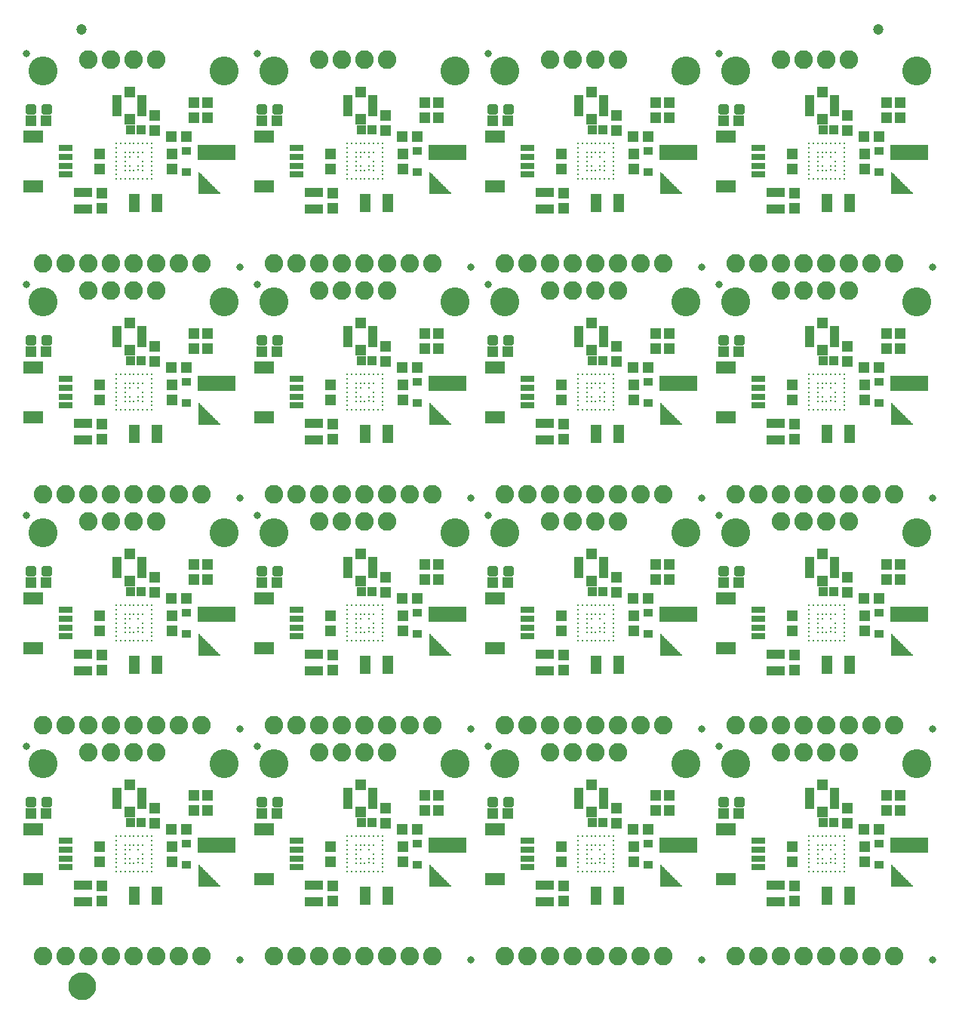
<source format=gts>
G75*
%MOIN*%
%OFA0B0*%
%FSLAX25Y25*%
%IPPOS*%
%LPD*%
%AMOC8*
5,1,8,0,0,1.08239X$1,22.5*
%
%ADD10C,0.01181*%
%ADD11R,0.08674X0.05524*%
%ADD12R,0.06115X0.03162*%
%ADD13R,0.04737X0.05131*%
%ADD14R,0.04146X0.09461*%
%ADD15R,0.04737X0.04934*%
%ADD16R,0.04737X0.07887*%
%ADD17C,0.08200*%
%ADD18R,0.04068X0.03280*%
%ADD19C,0.03300*%
%ADD20C,0.12800*%
%ADD21C,0.01990*%
%ADD22R,0.05131X0.04737*%
%ADD23R,0.04146X0.04343*%
%ADD24C,0.00197*%
%ADD25R,0.16535X0.06693*%
%ADD26R,0.07887X0.03950*%
%ADD27C,0.04737*%
%ADD28C,0.05000*%
%ADD29C,0.06706*%
D10*
X0070890Y0070899D03*
X0070883Y0072860D03*
X0070883Y0074828D03*
X0070883Y0076797D03*
X0070883Y0078765D03*
X0070883Y0080734D03*
X0070883Y0082702D03*
X0070883Y0084671D03*
X0070890Y0086647D03*
X0072858Y0086647D03*
X0074827Y0086647D03*
X0076795Y0086647D03*
X0078764Y0086647D03*
X0080732Y0086647D03*
X0082701Y0086647D03*
X0084669Y0086647D03*
X0086638Y0086647D03*
X0086638Y0084664D03*
X0086638Y0082696D03*
X0086638Y0080727D03*
X0086638Y0078759D03*
X0086638Y0076790D03*
X0086638Y0074822D03*
X0086638Y0072853D03*
X0086638Y0070899D03*
X0084669Y0070899D03*
X0082701Y0070899D03*
X0080732Y0070899D03*
X0078764Y0070899D03*
X0076795Y0070899D03*
X0074827Y0070899D03*
X0072858Y0070899D03*
X0074824Y0074824D03*
X0074832Y0076789D03*
X0076801Y0076786D03*
X0076796Y0074824D03*
X0078761Y0074824D03*
X0080728Y0074826D03*
X0080734Y0076786D03*
X0082695Y0076782D03*
X0082700Y0074820D03*
X0082694Y0078761D03*
X0080722Y0080739D03*
X0080739Y0082702D03*
X0082707Y0082702D03*
X0078770Y0082702D03*
X0076802Y0082702D03*
X0074833Y0082702D03*
X0074824Y0080739D03*
X0076785Y0080732D03*
X0074820Y0078767D03*
X0074827Y0172899D03*
X0076795Y0172899D03*
X0078764Y0172899D03*
X0080732Y0172899D03*
X0082701Y0172899D03*
X0084669Y0172899D03*
X0086638Y0172899D03*
X0086638Y0174853D03*
X0086638Y0176822D03*
X0086638Y0178790D03*
X0086638Y0180759D03*
X0086638Y0182727D03*
X0086638Y0184696D03*
X0086638Y0186664D03*
X0086638Y0188647D03*
X0084669Y0188647D03*
X0082701Y0188647D03*
X0080732Y0188647D03*
X0078764Y0188647D03*
X0076795Y0188647D03*
X0074827Y0188647D03*
X0072858Y0188647D03*
X0070890Y0188647D03*
X0070883Y0186671D03*
X0070883Y0184702D03*
X0070883Y0182734D03*
X0070883Y0180765D03*
X0070883Y0178797D03*
X0070883Y0176828D03*
X0070883Y0174860D03*
X0070890Y0172899D03*
X0072858Y0172899D03*
X0074824Y0176824D03*
X0074832Y0178789D03*
X0076801Y0178786D03*
X0076796Y0176824D03*
X0078761Y0176824D03*
X0080728Y0176826D03*
X0080734Y0178786D03*
X0082695Y0178782D03*
X0082700Y0176820D03*
X0082694Y0180761D03*
X0080722Y0182739D03*
X0080739Y0184702D03*
X0082707Y0184702D03*
X0078770Y0184702D03*
X0076802Y0184702D03*
X0074833Y0184702D03*
X0074824Y0182739D03*
X0076785Y0182732D03*
X0074820Y0180767D03*
X0074827Y0274899D03*
X0076795Y0274899D03*
X0078764Y0274899D03*
X0080732Y0274899D03*
X0082701Y0274899D03*
X0084669Y0274899D03*
X0086638Y0274899D03*
X0086638Y0276853D03*
X0086638Y0278822D03*
X0086638Y0280790D03*
X0086638Y0282759D03*
X0086638Y0284727D03*
X0086638Y0286696D03*
X0086638Y0288664D03*
X0086638Y0290647D03*
X0084669Y0290647D03*
X0082701Y0290647D03*
X0080732Y0290647D03*
X0078764Y0290647D03*
X0076795Y0290647D03*
X0074827Y0290647D03*
X0072858Y0290647D03*
X0070890Y0290647D03*
X0070883Y0288671D03*
X0070883Y0286702D03*
X0070883Y0284734D03*
X0070883Y0282765D03*
X0070883Y0280797D03*
X0070883Y0278828D03*
X0070883Y0276860D03*
X0070890Y0274899D03*
X0072858Y0274899D03*
X0074824Y0278824D03*
X0074832Y0280789D03*
X0076801Y0280786D03*
X0076796Y0278824D03*
X0078761Y0278824D03*
X0080728Y0278826D03*
X0080734Y0280786D03*
X0082695Y0280782D03*
X0082700Y0278820D03*
X0082694Y0282761D03*
X0080722Y0284739D03*
X0080739Y0286702D03*
X0082707Y0286702D03*
X0078770Y0286702D03*
X0076802Y0286702D03*
X0074833Y0286702D03*
X0074824Y0284739D03*
X0076785Y0284732D03*
X0074820Y0282767D03*
X0074827Y0376899D03*
X0076795Y0376899D03*
X0078764Y0376899D03*
X0080732Y0376899D03*
X0082701Y0376899D03*
X0084669Y0376899D03*
X0086638Y0376899D03*
X0086638Y0378853D03*
X0086638Y0380822D03*
X0086638Y0382790D03*
X0086638Y0384759D03*
X0086638Y0386727D03*
X0086638Y0388696D03*
X0086638Y0390664D03*
X0086638Y0392647D03*
X0084669Y0392647D03*
X0082701Y0392647D03*
X0080732Y0392647D03*
X0078764Y0392647D03*
X0076795Y0392647D03*
X0074827Y0392647D03*
X0072858Y0392647D03*
X0070890Y0392647D03*
X0070883Y0390671D03*
X0070883Y0388702D03*
X0070883Y0386734D03*
X0070883Y0384765D03*
X0070883Y0382797D03*
X0070883Y0380828D03*
X0070883Y0378860D03*
X0070890Y0376899D03*
X0072858Y0376899D03*
X0074824Y0380824D03*
X0074832Y0382789D03*
X0076801Y0382786D03*
X0076796Y0380824D03*
X0078761Y0380824D03*
X0080728Y0380826D03*
X0080734Y0382786D03*
X0082695Y0382782D03*
X0082700Y0380820D03*
X0082694Y0384761D03*
X0080722Y0386739D03*
X0080739Y0388702D03*
X0082707Y0388702D03*
X0078770Y0388702D03*
X0076802Y0388702D03*
X0074833Y0388702D03*
X0074824Y0386739D03*
X0076785Y0386732D03*
X0074820Y0384767D03*
X0172883Y0384765D03*
X0172883Y0382797D03*
X0172883Y0380828D03*
X0172883Y0378860D03*
X0172890Y0376899D03*
X0174858Y0376899D03*
X0176827Y0376899D03*
X0178795Y0376899D03*
X0180764Y0376899D03*
X0182732Y0376899D03*
X0184701Y0376899D03*
X0186669Y0376899D03*
X0188638Y0376899D03*
X0188638Y0378853D03*
X0188638Y0380822D03*
X0188638Y0382790D03*
X0188638Y0384759D03*
X0188638Y0386727D03*
X0188638Y0388696D03*
X0188638Y0390664D03*
X0188638Y0392647D03*
X0186669Y0392647D03*
X0184701Y0392647D03*
X0182732Y0392647D03*
X0180764Y0392647D03*
X0178795Y0392647D03*
X0176827Y0392647D03*
X0174858Y0392647D03*
X0172890Y0392647D03*
X0172883Y0390671D03*
X0172883Y0388702D03*
X0172883Y0386734D03*
X0176824Y0386739D03*
X0178785Y0386732D03*
X0178802Y0388702D03*
X0180770Y0388702D03*
X0182739Y0388702D03*
X0182722Y0386739D03*
X0184707Y0388702D03*
X0184694Y0384761D03*
X0184695Y0382782D03*
X0182734Y0382786D03*
X0182728Y0380826D03*
X0180761Y0380824D03*
X0178796Y0380824D03*
X0178801Y0382786D03*
X0176832Y0382789D03*
X0176824Y0380824D03*
X0176820Y0384767D03*
X0176833Y0388702D03*
X0184700Y0380820D03*
X0274883Y0380828D03*
X0274883Y0378860D03*
X0274890Y0376899D03*
X0276858Y0376899D03*
X0278827Y0376899D03*
X0280795Y0376899D03*
X0282764Y0376899D03*
X0284732Y0376899D03*
X0286701Y0376899D03*
X0288669Y0376899D03*
X0290638Y0376899D03*
X0290638Y0378853D03*
X0290638Y0380822D03*
X0290638Y0382790D03*
X0290638Y0384759D03*
X0290638Y0386727D03*
X0290638Y0388696D03*
X0290638Y0390664D03*
X0290638Y0392647D03*
X0288669Y0392647D03*
X0286701Y0392647D03*
X0284732Y0392647D03*
X0282764Y0392647D03*
X0280795Y0392647D03*
X0278827Y0392647D03*
X0276858Y0392647D03*
X0274890Y0392647D03*
X0274883Y0390671D03*
X0274883Y0388702D03*
X0274883Y0386734D03*
X0274883Y0384765D03*
X0274883Y0382797D03*
X0278832Y0382789D03*
X0278824Y0380824D03*
X0280796Y0380824D03*
X0280801Y0382786D03*
X0282761Y0380824D03*
X0284728Y0380826D03*
X0284734Y0382786D03*
X0286695Y0382782D03*
X0286700Y0380820D03*
X0286694Y0384761D03*
X0284722Y0386739D03*
X0284739Y0388702D03*
X0286707Y0388702D03*
X0282770Y0388702D03*
X0280802Y0388702D03*
X0278833Y0388702D03*
X0278824Y0386739D03*
X0280785Y0386732D03*
X0278820Y0384767D03*
X0278827Y0290647D03*
X0280795Y0290647D03*
X0282764Y0290647D03*
X0284732Y0290647D03*
X0286701Y0290647D03*
X0288669Y0290647D03*
X0290638Y0290647D03*
X0290638Y0288664D03*
X0290638Y0286696D03*
X0290638Y0284727D03*
X0290638Y0282759D03*
X0290638Y0280790D03*
X0290638Y0278822D03*
X0290638Y0276853D03*
X0290638Y0274899D03*
X0288669Y0274899D03*
X0286701Y0274899D03*
X0284732Y0274899D03*
X0282764Y0274899D03*
X0280795Y0274899D03*
X0278827Y0274899D03*
X0276858Y0274899D03*
X0274890Y0274899D03*
X0274883Y0276860D03*
X0274883Y0278828D03*
X0274883Y0280797D03*
X0274883Y0282765D03*
X0274883Y0284734D03*
X0274883Y0286702D03*
X0274883Y0288671D03*
X0274890Y0290647D03*
X0276858Y0290647D03*
X0278833Y0286702D03*
X0278824Y0284739D03*
X0280785Y0284732D03*
X0280802Y0286702D03*
X0282770Y0286702D03*
X0284739Y0286702D03*
X0284722Y0284739D03*
X0286707Y0286702D03*
X0286694Y0282761D03*
X0286695Y0280782D03*
X0284734Y0280786D03*
X0284728Y0278826D03*
X0282761Y0278824D03*
X0280796Y0278824D03*
X0280801Y0280786D03*
X0278832Y0280789D03*
X0278824Y0278824D03*
X0278820Y0282767D03*
X0286700Y0278820D03*
X0376883Y0278828D03*
X0376883Y0276860D03*
X0376890Y0274899D03*
X0378858Y0274899D03*
X0380827Y0274899D03*
X0382795Y0274899D03*
X0384764Y0274899D03*
X0386732Y0274899D03*
X0388701Y0274899D03*
X0390669Y0274899D03*
X0392638Y0274899D03*
X0392638Y0276853D03*
X0392638Y0278822D03*
X0392638Y0280790D03*
X0392638Y0282759D03*
X0392638Y0284727D03*
X0392638Y0286696D03*
X0392638Y0288664D03*
X0392638Y0290647D03*
X0390669Y0290647D03*
X0388701Y0290647D03*
X0386732Y0290647D03*
X0384764Y0290647D03*
X0382795Y0290647D03*
X0380827Y0290647D03*
X0378858Y0290647D03*
X0376890Y0290647D03*
X0376883Y0288671D03*
X0376883Y0286702D03*
X0376883Y0284734D03*
X0376883Y0282765D03*
X0376883Y0280797D03*
X0380832Y0280789D03*
X0380824Y0278824D03*
X0382796Y0278824D03*
X0382801Y0280786D03*
X0384761Y0278824D03*
X0386728Y0278826D03*
X0386734Y0280786D03*
X0388695Y0280782D03*
X0388700Y0278820D03*
X0388694Y0282761D03*
X0386722Y0284739D03*
X0386739Y0286702D03*
X0388707Y0286702D03*
X0384770Y0286702D03*
X0382802Y0286702D03*
X0380833Y0286702D03*
X0380824Y0284739D03*
X0382785Y0284732D03*
X0380820Y0282767D03*
X0380827Y0376899D03*
X0382795Y0376899D03*
X0384764Y0376899D03*
X0386732Y0376899D03*
X0388701Y0376899D03*
X0390669Y0376899D03*
X0392638Y0376899D03*
X0392638Y0378853D03*
X0392638Y0380822D03*
X0392638Y0382790D03*
X0392638Y0384759D03*
X0392638Y0386727D03*
X0392638Y0388696D03*
X0392638Y0390664D03*
X0392638Y0392647D03*
X0390669Y0392647D03*
X0388701Y0392647D03*
X0386732Y0392647D03*
X0384764Y0392647D03*
X0382795Y0392647D03*
X0380827Y0392647D03*
X0378858Y0392647D03*
X0376890Y0392647D03*
X0376883Y0390671D03*
X0376883Y0388702D03*
X0376883Y0386734D03*
X0376883Y0384765D03*
X0376883Y0382797D03*
X0376883Y0380828D03*
X0376883Y0378860D03*
X0376890Y0376899D03*
X0378858Y0376899D03*
X0380824Y0380824D03*
X0380832Y0382789D03*
X0382801Y0382786D03*
X0382796Y0380824D03*
X0384761Y0380824D03*
X0386728Y0380826D03*
X0386734Y0382786D03*
X0388695Y0382782D03*
X0388700Y0380820D03*
X0388694Y0384761D03*
X0386722Y0386739D03*
X0386739Y0388702D03*
X0388707Y0388702D03*
X0384770Y0388702D03*
X0382802Y0388702D03*
X0380833Y0388702D03*
X0380824Y0386739D03*
X0382785Y0386732D03*
X0380820Y0384767D03*
X0188638Y0290647D03*
X0186669Y0290647D03*
X0184701Y0290647D03*
X0182732Y0290647D03*
X0180764Y0290647D03*
X0178795Y0290647D03*
X0176827Y0290647D03*
X0174858Y0290647D03*
X0172890Y0290647D03*
X0172883Y0288671D03*
X0172883Y0286702D03*
X0172883Y0284734D03*
X0172883Y0282765D03*
X0172883Y0280797D03*
X0172883Y0278828D03*
X0172883Y0276860D03*
X0172890Y0274899D03*
X0174858Y0274899D03*
X0176827Y0274899D03*
X0178795Y0274899D03*
X0180764Y0274899D03*
X0182732Y0274899D03*
X0184701Y0274899D03*
X0186669Y0274899D03*
X0188638Y0274899D03*
X0188638Y0276853D03*
X0188638Y0278822D03*
X0188638Y0280790D03*
X0188638Y0282759D03*
X0188638Y0284727D03*
X0188638Y0286696D03*
X0188638Y0288664D03*
X0184707Y0286702D03*
X0182739Y0286702D03*
X0182722Y0284739D03*
X0180770Y0286702D03*
X0178802Y0286702D03*
X0176833Y0286702D03*
X0176824Y0284739D03*
X0178785Y0284732D03*
X0176820Y0282767D03*
X0176832Y0280789D03*
X0176824Y0278824D03*
X0178796Y0278824D03*
X0178801Y0280786D03*
X0180761Y0278824D03*
X0182728Y0278826D03*
X0182734Y0280786D03*
X0184695Y0280782D03*
X0184700Y0278820D03*
X0184694Y0282761D03*
X0184701Y0188647D03*
X0186669Y0188647D03*
X0188638Y0188647D03*
X0188638Y0186664D03*
X0188638Y0184696D03*
X0188638Y0182727D03*
X0188638Y0180759D03*
X0188638Y0178790D03*
X0188638Y0176822D03*
X0188638Y0174853D03*
X0188638Y0172899D03*
X0186669Y0172899D03*
X0184701Y0172899D03*
X0182732Y0172899D03*
X0180764Y0172899D03*
X0178795Y0172899D03*
X0176827Y0172899D03*
X0174858Y0172899D03*
X0172890Y0172899D03*
X0172883Y0174860D03*
X0172883Y0176828D03*
X0172883Y0178797D03*
X0172883Y0180765D03*
X0172883Y0182734D03*
X0172883Y0184702D03*
X0172883Y0186671D03*
X0172890Y0188647D03*
X0174858Y0188647D03*
X0176827Y0188647D03*
X0178795Y0188647D03*
X0180764Y0188647D03*
X0182732Y0188647D03*
X0182739Y0184702D03*
X0182722Y0182739D03*
X0180770Y0184702D03*
X0178802Y0184702D03*
X0176833Y0184702D03*
X0176824Y0182739D03*
X0178785Y0182732D03*
X0176820Y0180767D03*
X0176832Y0178789D03*
X0176824Y0176824D03*
X0178796Y0176824D03*
X0178801Y0178786D03*
X0180761Y0176824D03*
X0182728Y0176826D03*
X0182734Y0178786D03*
X0184695Y0178782D03*
X0184700Y0176820D03*
X0184694Y0180761D03*
X0184707Y0184702D03*
X0274883Y0184702D03*
X0274883Y0182734D03*
X0274883Y0180765D03*
X0274883Y0178797D03*
X0274883Y0176828D03*
X0274883Y0174860D03*
X0274890Y0172899D03*
X0276858Y0172899D03*
X0278827Y0172899D03*
X0280795Y0172899D03*
X0282764Y0172899D03*
X0284732Y0172899D03*
X0286701Y0172899D03*
X0288669Y0172899D03*
X0290638Y0172899D03*
X0290638Y0174853D03*
X0290638Y0176822D03*
X0290638Y0178790D03*
X0290638Y0180759D03*
X0290638Y0182727D03*
X0290638Y0184696D03*
X0290638Y0186664D03*
X0290638Y0188647D03*
X0288669Y0188647D03*
X0286701Y0188647D03*
X0284732Y0188647D03*
X0282764Y0188647D03*
X0280795Y0188647D03*
X0278827Y0188647D03*
X0276858Y0188647D03*
X0274890Y0188647D03*
X0274883Y0186671D03*
X0278833Y0184702D03*
X0278824Y0182739D03*
X0280785Y0182732D03*
X0280802Y0184702D03*
X0282770Y0184702D03*
X0284739Y0184702D03*
X0284722Y0182739D03*
X0286707Y0184702D03*
X0286694Y0180761D03*
X0286695Y0178782D03*
X0284734Y0178786D03*
X0284728Y0176826D03*
X0282761Y0176824D03*
X0280796Y0176824D03*
X0280801Y0178786D03*
X0278832Y0178789D03*
X0278824Y0176824D03*
X0278820Y0180767D03*
X0286700Y0176820D03*
X0376883Y0176828D03*
X0376883Y0174860D03*
X0376890Y0172899D03*
X0378858Y0172899D03*
X0380827Y0172899D03*
X0382795Y0172899D03*
X0384764Y0172899D03*
X0386732Y0172899D03*
X0388701Y0172899D03*
X0390669Y0172899D03*
X0392638Y0172899D03*
X0392638Y0174853D03*
X0392638Y0176822D03*
X0392638Y0178790D03*
X0392638Y0180759D03*
X0392638Y0182727D03*
X0392638Y0184696D03*
X0392638Y0186664D03*
X0392638Y0188647D03*
X0390669Y0188647D03*
X0388701Y0188647D03*
X0386732Y0188647D03*
X0384764Y0188647D03*
X0382795Y0188647D03*
X0380827Y0188647D03*
X0378858Y0188647D03*
X0376890Y0188647D03*
X0376883Y0186671D03*
X0376883Y0184702D03*
X0376883Y0182734D03*
X0376883Y0180765D03*
X0376883Y0178797D03*
X0380832Y0178789D03*
X0380824Y0176824D03*
X0382796Y0176824D03*
X0382801Y0178786D03*
X0384761Y0176824D03*
X0386728Y0176826D03*
X0386734Y0178786D03*
X0388695Y0178782D03*
X0388700Y0176820D03*
X0388694Y0180761D03*
X0386722Y0182739D03*
X0386739Y0184702D03*
X0388707Y0184702D03*
X0384770Y0184702D03*
X0382802Y0184702D03*
X0380833Y0184702D03*
X0380824Y0182739D03*
X0382785Y0182732D03*
X0380820Y0180767D03*
X0380827Y0086647D03*
X0382795Y0086647D03*
X0384764Y0086647D03*
X0386732Y0086647D03*
X0388701Y0086647D03*
X0390669Y0086647D03*
X0392638Y0086647D03*
X0392638Y0084664D03*
X0392638Y0082696D03*
X0392638Y0080727D03*
X0392638Y0078759D03*
X0392638Y0076790D03*
X0392638Y0074822D03*
X0392638Y0072853D03*
X0392638Y0070899D03*
X0390669Y0070899D03*
X0388701Y0070899D03*
X0386732Y0070899D03*
X0384764Y0070899D03*
X0382795Y0070899D03*
X0380827Y0070899D03*
X0378858Y0070899D03*
X0376890Y0070899D03*
X0376883Y0072860D03*
X0376883Y0074828D03*
X0376883Y0076797D03*
X0376883Y0078765D03*
X0376883Y0080734D03*
X0376883Y0082702D03*
X0376883Y0084671D03*
X0376890Y0086647D03*
X0378858Y0086647D03*
X0380833Y0082702D03*
X0380824Y0080739D03*
X0382785Y0080732D03*
X0382802Y0082702D03*
X0384770Y0082702D03*
X0386739Y0082702D03*
X0386722Y0080739D03*
X0388707Y0082702D03*
X0388694Y0078761D03*
X0388695Y0076782D03*
X0386734Y0076786D03*
X0386728Y0074826D03*
X0384761Y0074824D03*
X0382796Y0074824D03*
X0382801Y0076786D03*
X0380832Y0076789D03*
X0380824Y0074824D03*
X0380820Y0078767D03*
X0388700Y0074820D03*
X0290638Y0074822D03*
X0290638Y0076790D03*
X0290638Y0078759D03*
X0290638Y0080727D03*
X0290638Y0082696D03*
X0290638Y0084664D03*
X0290638Y0086647D03*
X0288669Y0086647D03*
X0286701Y0086647D03*
X0284732Y0086647D03*
X0282764Y0086647D03*
X0280795Y0086647D03*
X0278827Y0086647D03*
X0276858Y0086647D03*
X0274890Y0086647D03*
X0274883Y0084671D03*
X0274883Y0082702D03*
X0274883Y0080734D03*
X0274883Y0078765D03*
X0274883Y0076797D03*
X0274883Y0074828D03*
X0274883Y0072860D03*
X0274890Y0070899D03*
X0276858Y0070899D03*
X0278827Y0070899D03*
X0280795Y0070899D03*
X0282764Y0070899D03*
X0284732Y0070899D03*
X0286701Y0070899D03*
X0288669Y0070899D03*
X0290638Y0070899D03*
X0290638Y0072853D03*
X0286700Y0074820D03*
X0286695Y0076782D03*
X0284734Y0076786D03*
X0284728Y0074826D03*
X0282761Y0074824D03*
X0280796Y0074824D03*
X0280801Y0076786D03*
X0278832Y0076789D03*
X0278824Y0074824D03*
X0278820Y0078767D03*
X0278824Y0080739D03*
X0280785Y0080732D03*
X0280802Y0082702D03*
X0282770Y0082702D03*
X0284739Y0082702D03*
X0284722Y0080739D03*
X0286707Y0082702D03*
X0286694Y0078761D03*
X0278833Y0082702D03*
X0188638Y0082696D03*
X0188638Y0084664D03*
X0188638Y0086647D03*
X0186669Y0086647D03*
X0184701Y0086647D03*
X0182732Y0086647D03*
X0180764Y0086647D03*
X0178795Y0086647D03*
X0176827Y0086647D03*
X0174858Y0086647D03*
X0172890Y0086647D03*
X0172883Y0084671D03*
X0172883Y0082702D03*
X0172883Y0080734D03*
X0172883Y0078765D03*
X0172883Y0076797D03*
X0172883Y0074828D03*
X0172883Y0072860D03*
X0172890Y0070899D03*
X0174858Y0070899D03*
X0176827Y0070899D03*
X0178795Y0070899D03*
X0180764Y0070899D03*
X0182732Y0070899D03*
X0184701Y0070899D03*
X0186669Y0070899D03*
X0188638Y0070899D03*
X0188638Y0072853D03*
X0188638Y0074822D03*
X0188638Y0076790D03*
X0188638Y0078759D03*
X0188638Y0080727D03*
X0184707Y0082702D03*
X0182739Y0082702D03*
X0182722Y0080739D03*
X0180770Y0082702D03*
X0178802Y0082702D03*
X0176833Y0082702D03*
X0176824Y0080739D03*
X0178785Y0080732D03*
X0176820Y0078767D03*
X0176832Y0076789D03*
X0176824Y0074824D03*
X0178796Y0074824D03*
X0178801Y0076786D03*
X0180761Y0074824D03*
X0182728Y0074826D03*
X0182734Y0076786D03*
X0184695Y0076782D03*
X0184700Y0074820D03*
X0184694Y0078761D03*
D11*
X0136281Y0089774D03*
X0136281Y0067726D03*
X0034281Y0067726D03*
X0034281Y0089774D03*
X0034281Y0169726D03*
X0034281Y0191774D03*
X0034281Y0271726D03*
X0034281Y0293774D03*
X0034281Y0373726D03*
X0034281Y0395774D03*
X0136281Y0395774D03*
X0136281Y0373726D03*
X0136281Y0293774D03*
X0136281Y0271726D03*
X0136281Y0191774D03*
X0136281Y0169726D03*
X0238281Y0169726D03*
X0238281Y0191774D03*
X0238281Y0271726D03*
X0238281Y0293774D03*
X0238281Y0373726D03*
X0238281Y0395774D03*
X0340281Y0395774D03*
X0340281Y0373726D03*
X0340281Y0293774D03*
X0340281Y0271726D03*
X0340281Y0191774D03*
X0340281Y0169726D03*
X0340281Y0089774D03*
X0340281Y0067726D03*
X0238281Y0067726D03*
X0238281Y0089774D03*
D12*
X0252750Y0084656D03*
X0252750Y0080719D03*
X0252750Y0076781D03*
X0252750Y0072844D03*
X0150750Y0072844D03*
X0150750Y0076781D03*
X0150750Y0080719D03*
X0150750Y0084656D03*
X0150750Y0174844D03*
X0150750Y0178781D03*
X0150750Y0182719D03*
X0150750Y0186656D03*
X0150750Y0276844D03*
X0150750Y0280781D03*
X0150750Y0284719D03*
X0150750Y0288656D03*
X0150750Y0378844D03*
X0150750Y0382781D03*
X0150750Y0386719D03*
X0150750Y0390656D03*
X0252750Y0390656D03*
X0252750Y0386719D03*
X0252750Y0382781D03*
X0252750Y0378844D03*
X0252750Y0288656D03*
X0252750Y0284719D03*
X0252750Y0280781D03*
X0252750Y0276844D03*
X0252750Y0186656D03*
X0252750Y0182719D03*
X0252750Y0178781D03*
X0252750Y0174844D03*
X0354750Y0174844D03*
X0354750Y0178781D03*
X0354750Y0182719D03*
X0354750Y0186656D03*
X0354750Y0276844D03*
X0354750Y0280781D03*
X0354750Y0284719D03*
X0354750Y0288656D03*
X0354750Y0378844D03*
X0354750Y0382781D03*
X0354750Y0386719D03*
X0354750Y0390656D03*
X0048750Y0390656D03*
X0048750Y0386719D03*
X0048750Y0382781D03*
X0048750Y0378844D03*
X0048750Y0288656D03*
X0048750Y0284719D03*
X0048750Y0280781D03*
X0048750Y0276844D03*
X0048750Y0186656D03*
X0048750Y0182719D03*
X0048750Y0178781D03*
X0048750Y0174844D03*
X0048750Y0084656D03*
X0048750Y0080719D03*
X0048750Y0076781D03*
X0048750Y0072844D03*
X0354750Y0072844D03*
X0354750Y0076781D03*
X0354750Y0080719D03*
X0354750Y0084656D03*
D13*
X0369750Y0082096D03*
X0369750Y0075404D03*
X0370650Y0064796D03*
X0370650Y0058104D03*
X0401650Y0075404D03*
X0401650Y0082096D03*
X0393850Y0092404D03*
X0393850Y0099096D03*
X0411250Y0098004D03*
X0417350Y0098004D03*
X0417350Y0104696D03*
X0411250Y0104696D03*
X0370650Y0160104D03*
X0370650Y0166796D03*
X0369750Y0177404D03*
X0369750Y0184096D03*
X0393850Y0194404D03*
X0393850Y0201096D03*
X0411250Y0200004D03*
X0417350Y0200004D03*
X0417350Y0206696D03*
X0411250Y0206696D03*
X0401650Y0184096D03*
X0401650Y0177404D03*
X0315350Y0200004D03*
X0309250Y0200004D03*
X0309250Y0206696D03*
X0315350Y0206696D03*
X0291850Y0201096D03*
X0291850Y0194404D03*
X0299650Y0184096D03*
X0299650Y0177404D03*
X0267750Y0177404D03*
X0267750Y0184096D03*
X0268650Y0166796D03*
X0268650Y0160104D03*
X0213350Y0200004D03*
X0207250Y0200004D03*
X0207250Y0206696D03*
X0213350Y0206696D03*
X0189850Y0201096D03*
X0189850Y0194404D03*
X0197650Y0184096D03*
X0197650Y0177404D03*
X0165750Y0177404D03*
X0165750Y0184096D03*
X0166650Y0166796D03*
X0166650Y0160104D03*
X0111350Y0200004D03*
X0105250Y0200004D03*
X0105250Y0206696D03*
X0111350Y0206696D03*
X0087850Y0201096D03*
X0087850Y0194404D03*
X0095650Y0184096D03*
X0095650Y0177404D03*
X0064650Y0166796D03*
X0064650Y0160104D03*
X0063750Y0177404D03*
X0063750Y0184096D03*
X0064650Y0262104D03*
X0064650Y0268796D03*
X0063750Y0279404D03*
X0063750Y0286096D03*
X0087850Y0296404D03*
X0087850Y0303096D03*
X0105250Y0302004D03*
X0111350Y0302004D03*
X0111350Y0308696D03*
X0105250Y0308696D03*
X0095650Y0286096D03*
X0095650Y0279404D03*
X0165750Y0279404D03*
X0165750Y0286096D03*
X0166650Y0268796D03*
X0166650Y0262104D03*
X0197650Y0279404D03*
X0197650Y0286096D03*
X0189850Y0296404D03*
X0189850Y0303096D03*
X0207250Y0302004D03*
X0213350Y0302004D03*
X0213350Y0308696D03*
X0207250Y0308696D03*
X0267750Y0286096D03*
X0267750Y0279404D03*
X0268650Y0268796D03*
X0268650Y0262104D03*
X0299650Y0279404D03*
X0299650Y0286096D03*
X0291850Y0296404D03*
X0291850Y0303096D03*
X0309250Y0302004D03*
X0315350Y0302004D03*
X0315350Y0308696D03*
X0309250Y0308696D03*
X0369750Y0286096D03*
X0369750Y0279404D03*
X0370650Y0268796D03*
X0370650Y0262104D03*
X0401650Y0279404D03*
X0401650Y0286096D03*
X0393850Y0296404D03*
X0393850Y0303096D03*
X0411250Y0302004D03*
X0417350Y0302004D03*
X0417350Y0308696D03*
X0411250Y0308696D03*
X0370650Y0364104D03*
X0370650Y0370796D03*
X0369750Y0381404D03*
X0369750Y0388096D03*
X0393850Y0398404D03*
X0393850Y0405096D03*
X0411250Y0404004D03*
X0417350Y0404004D03*
X0417350Y0410696D03*
X0411250Y0410696D03*
X0401650Y0388096D03*
X0401650Y0381404D03*
X0315350Y0404004D03*
X0309250Y0404004D03*
X0309250Y0410696D03*
X0315350Y0410696D03*
X0291850Y0405096D03*
X0291850Y0398404D03*
X0299650Y0388096D03*
X0299650Y0381404D03*
X0267750Y0381404D03*
X0267750Y0388096D03*
X0268650Y0370796D03*
X0268650Y0364104D03*
X0213350Y0404004D03*
X0207250Y0404004D03*
X0207250Y0410696D03*
X0213350Y0410696D03*
X0189850Y0405096D03*
X0189850Y0398404D03*
X0197650Y0388096D03*
X0197650Y0381404D03*
X0165750Y0381404D03*
X0165750Y0388096D03*
X0166650Y0370796D03*
X0166650Y0364104D03*
X0111350Y0404004D03*
X0105250Y0404004D03*
X0105250Y0410696D03*
X0111350Y0410696D03*
X0087850Y0405096D03*
X0087850Y0398404D03*
X0095650Y0388096D03*
X0095650Y0381404D03*
X0064650Y0370796D03*
X0064650Y0364104D03*
X0063750Y0381404D03*
X0063750Y0388096D03*
X0105250Y0104696D03*
X0111350Y0104696D03*
X0111350Y0098004D03*
X0105250Y0098004D03*
X0087850Y0099096D03*
X0087850Y0092404D03*
X0095650Y0082096D03*
X0095650Y0075404D03*
X0064650Y0064796D03*
X0064650Y0058104D03*
X0063750Y0075404D03*
X0063750Y0082096D03*
X0165750Y0082096D03*
X0165750Y0075404D03*
X0166650Y0064796D03*
X0166650Y0058104D03*
X0197650Y0075404D03*
X0197650Y0082096D03*
X0189850Y0092404D03*
X0189850Y0099096D03*
X0207250Y0098004D03*
X0213350Y0098004D03*
X0213350Y0104696D03*
X0207250Y0104696D03*
X0267750Y0082096D03*
X0267750Y0075404D03*
X0268650Y0064796D03*
X0268650Y0058104D03*
X0299650Y0075404D03*
X0299650Y0082096D03*
X0291850Y0092404D03*
X0291850Y0099096D03*
X0309250Y0098004D03*
X0315350Y0098004D03*
X0315350Y0104696D03*
X0309250Y0104696D03*
D14*
X0286263Y0103250D03*
X0275437Y0103250D03*
X0184263Y0103250D03*
X0173437Y0103250D03*
X0082263Y0103250D03*
X0071437Y0103250D03*
X0071437Y0205250D03*
X0082263Y0205250D03*
X0173437Y0205250D03*
X0184263Y0205250D03*
X0275437Y0205250D03*
X0286263Y0205250D03*
X0377437Y0205250D03*
X0388263Y0205250D03*
X0388263Y0103250D03*
X0377437Y0103250D03*
X0377437Y0307250D03*
X0388263Y0307250D03*
X0286263Y0307250D03*
X0275437Y0307250D03*
X0184263Y0307250D03*
X0173437Y0307250D03*
X0082263Y0307250D03*
X0071437Y0307250D03*
X0071437Y0409250D03*
X0082263Y0409250D03*
X0173437Y0409250D03*
X0184263Y0409250D03*
X0275437Y0409250D03*
X0286263Y0409250D03*
X0377437Y0409250D03*
X0388263Y0409250D03*
D15*
X0382850Y0403246D03*
X0382850Y0415254D03*
X0280850Y0415254D03*
X0280850Y0403246D03*
X0280850Y0313254D03*
X0280850Y0301246D03*
X0280850Y0211254D03*
X0280850Y0199246D03*
X0280850Y0109254D03*
X0280850Y0097246D03*
X0178850Y0097246D03*
X0178850Y0109254D03*
X0178850Y0199246D03*
X0178850Y0211254D03*
X0178850Y0301246D03*
X0178850Y0313254D03*
X0178850Y0403246D03*
X0178850Y0415254D03*
X0076850Y0415254D03*
X0076850Y0403246D03*
X0076850Y0313254D03*
X0076850Y0301246D03*
X0076850Y0211254D03*
X0076850Y0199246D03*
X0076850Y0109254D03*
X0076850Y0097246D03*
X0382850Y0097246D03*
X0382850Y0109254D03*
X0382850Y0199246D03*
X0382850Y0211254D03*
X0382850Y0301246D03*
X0382850Y0313254D03*
D16*
X0385029Y0264450D03*
X0394871Y0264450D03*
X0292871Y0264450D03*
X0283029Y0264450D03*
X0190871Y0264450D03*
X0181029Y0264450D03*
X0088871Y0264450D03*
X0079029Y0264450D03*
X0079029Y0162450D03*
X0088871Y0162450D03*
X0181029Y0162450D03*
X0190871Y0162450D03*
X0283029Y0162450D03*
X0292871Y0162450D03*
X0385029Y0162450D03*
X0394871Y0162450D03*
X0394871Y0060450D03*
X0385029Y0060450D03*
X0292871Y0060450D03*
X0283029Y0060450D03*
X0190871Y0060450D03*
X0181029Y0060450D03*
X0088871Y0060450D03*
X0079029Y0060450D03*
X0079029Y0366450D03*
X0088871Y0366450D03*
X0181029Y0366450D03*
X0190871Y0366450D03*
X0283029Y0366450D03*
X0292871Y0366450D03*
X0385029Y0366450D03*
X0394871Y0366450D03*
D17*
X0038750Y0033750D03*
X0048750Y0033750D03*
X0058750Y0033750D03*
X0068750Y0033750D03*
X0078750Y0033750D03*
X0088750Y0033750D03*
X0098750Y0033750D03*
X0108750Y0033750D03*
X0140750Y0033750D03*
X0150750Y0033750D03*
X0160750Y0033750D03*
X0170750Y0033750D03*
X0180750Y0033750D03*
X0190750Y0033750D03*
X0200750Y0033750D03*
X0210750Y0033750D03*
X0242750Y0033750D03*
X0252750Y0033750D03*
X0262750Y0033750D03*
X0272750Y0033750D03*
X0282750Y0033750D03*
X0292750Y0033750D03*
X0302750Y0033750D03*
X0312750Y0033750D03*
X0344750Y0033750D03*
X0354750Y0033750D03*
X0364750Y0033750D03*
X0374750Y0033750D03*
X0384750Y0033750D03*
X0394750Y0033750D03*
X0404750Y0033750D03*
X0414750Y0033750D03*
X0394750Y0123750D03*
X0384750Y0123750D03*
X0374750Y0123750D03*
X0364750Y0123750D03*
X0364750Y0135750D03*
X0354750Y0135750D03*
X0344750Y0135750D03*
X0374750Y0135750D03*
X0384750Y0135750D03*
X0394750Y0135750D03*
X0404750Y0135750D03*
X0414750Y0135750D03*
X0394750Y0225750D03*
X0384750Y0225750D03*
X0374750Y0225750D03*
X0364750Y0225750D03*
X0364750Y0237750D03*
X0354750Y0237750D03*
X0344750Y0237750D03*
X0374750Y0237750D03*
X0384750Y0237750D03*
X0394750Y0237750D03*
X0404750Y0237750D03*
X0414750Y0237750D03*
X0394750Y0327750D03*
X0384750Y0327750D03*
X0374750Y0327750D03*
X0364750Y0327750D03*
X0364750Y0339750D03*
X0354750Y0339750D03*
X0344750Y0339750D03*
X0374750Y0339750D03*
X0384750Y0339750D03*
X0394750Y0339750D03*
X0404750Y0339750D03*
X0414750Y0339750D03*
X0394750Y0429750D03*
X0384750Y0429750D03*
X0374750Y0429750D03*
X0364750Y0429750D03*
X0292750Y0429750D03*
X0282750Y0429750D03*
X0272750Y0429750D03*
X0262750Y0429750D03*
X0190750Y0429750D03*
X0180750Y0429750D03*
X0170750Y0429750D03*
X0160750Y0429750D03*
X0088750Y0429750D03*
X0078750Y0429750D03*
X0068750Y0429750D03*
X0058750Y0429750D03*
X0058750Y0339750D03*
X0048750Y0339750D03*
X0038750Y0339750D03*
X0058750Y0327750D03*
X0068750Y0327750D03*
X0078750Y0327750D03*
X0088750Y0327750D03*
X0088750Y0339750D03*
X0078750Y0339750D03*
X0068750Y0339750D03*
X0098750Y0339750D03*
X0108750Y0339750D03*
X0140750Y0339750D03*
X0150750Y0339750D03*
X0160750Y0339750D03*
X0170750Y0339750D03*
X0180750Y0339750D03*
X0190750Y0339750D03*
X0200750Y0339750D03*
X0210750Y0339750D03*
X0190750Y0327750D03*
X0180750Y0327750D03*
X0170750Y0327750D03*
X0160750Y0327750D03*
X0242750Y0339750D03*
X0252750Y0339750D03*
X0262750Y0339750D03*
X0272750Y0339750D03*
X0282750Y0339750D03*
X0292750Y0339750D03*
X0302750Y0339750D03*
X0312750Y0339750D03*
X0292750Y0327750D03*
X0282750Y0327750D03*
X0272750Y0327750D03*
X0262750Y0327750D03*
X0262750Y0237750D03*
X0252750Y0237750D03*
X0242750Y0237750D03*
X0262750Y0225750D03*
X0272750Y0225750D03*
X0282750Y0225750D03*
X0292750Y0225750D03*
X0292750Y0237750D03*
X0282750Y0237750D03*
X0272750Y0237750D03*
X0302750Y0237750D03*
X0312750Y0237750D03*
X0210750Y0237750D03*
X0200750Y0237750D03*
X0190750Y0237750D03*
X0180750Y0237750D03*
X0170750Y0237750D03*
X0160750Y0237750D03*
X0150750Y0237750D03*
X0140750Y0237750D03*
X0160750Y0225750D03*
X0170750Y0225750D03*
X0180750Y0225750D03*
X0190750Y0225750D03*
X0108750Y0237750D03*
X0098750Y0237750D03*
X0088750Y0237750D03*
X0078750Y0237750D03*
X0068750Y0237750D03*
X0058750Y0237750D03*
X0048750Y0237750D03*
X0038750Y0237750D03*
X0058750Y0225750D03*
X0068750Y0225750D03*
X0078750Y0225750D03*
X0088750Y0225750D03*
X0088750Y0135750D03*
X0078750Y0135750D03*
X0068750Y0135750D03*
X0058750Y0135750D03*
X0048750Y0135750D03*
X0038750Y0135750D03*
X0058750Y0123750D03*
X0068750Y0123750D03*
X0078750Y0123750D03*
X0088750Y0123750D03*
X0098750Y0135750D03*
X0108750Y0135750D03*
X0140750Y0135750D03*
X0150750Y0135750D03*
X0160750Y0135750D03*
X0170750Y0135750D03*
X0180750Y0135750D03*
X0190750Y0135750D03*
X0200750Y0135750D03*
X0210750Y0135750D03*
X0190750Y0123750D03*
X0180750Y0123750D03*
X0170750Y0123750D03*
X0160750Y0123750D03*
X0242750Y0135750D03*
X0252750Y0135750D03*
X0262750Y0135750D03*
X0272750Y0135750D03*
X0282750Y0135750D03*
X0292750Y0135750D03*
X0302750Y0135750D03*
X0312750Y0135750D03*
X0292750Y0123750D03*
X0282750Y0123750D03*
X0272750Y0123750D03*
X0262750Y0123750D03*
D18*
X0305950Y0083178D03*
X0305950Y0074122D03*
X0203950Y0074122D03*
X0203950Y0083178D03*
X0203950Y0176122D03*
X0203950Y0185178D03*
X0203950Y0278122D03*
X0203950Y0287178D03*
X0203950Y0380122D03*
X0203950Y0389178D03*
X0101950Y0389178D03*
X0101950Y0380122D03*
X0101950Y0287178D03*
X0101950Y0278122D03*
X0101950Y0185178D03*
X0101950Y0176122D03*
X0101950Y0083178D03*
X0101950Y0074122D03*
X0305950Y0176122D03*
X0305950Y0185178D03*
X0305950Y0278122D03*
X0305950Y0287178D03*
X0305950Y0380122D03*
X0305950Y0389178D03*
X0407950Y0389178D03*
X0407950Y0380122D03*
X0407950Y0287178D03*
X0407950Y0278122D03*
X0407950Y0185178D03*
X0407950Y0176122D03*
X0407950Y0083178D03*
X0407950Y0074122D03*
D19*
X0431550Y0032150D03*
X0329550Y0032150D03*
X0337350Y0126250D03*
X0329550Y0134150D03*
X0235350Y0126250D03*
X0227550Y0134150D03*
X0133350Y0126250D03*
X0125550Y0134150D03*
X0031350Y0126250D03*
X0125550Y0032150D03*
X0227550Y0032150D03*
X0431550Y0134150D03*
X0337350Y0228250D03*
X0329550Y0236150D03*
X0235350Y0228250D03*
X0227550Y0236150D03*
X0133350Y0228250D03*
X0125550Y0236150D03*
X0031350Y0228250D03*
X0031350Y0330250D03*
X0125550Y0338150D03*
X0133350Y0330250D03*
X0227550Y0338150D03*
X0235350Y0330250D03*
X0329550Y0338150D03*
X0337350Y0330250D03*
X0431550Y0338150D03*
X0337350Y0432250D03*
X0235350Y0432250D03*
X0133350Y0432250D03*
X0031350Y0432250D03*
X0431550Y0236150D03*
D20*
X0424750Y0220750D03*
X0344750Y0220750D03*
X0322750Y0220750D03*
X0242750Y0220750D03*
X0220750Y0220750D03*
X0140750Y0220750D03*
X0118750Y0220750D03*
X0038750Y0220750D03*
X0038750Y0118750D03*
X0118750Y0118750D03*
X0140750Y0118750D03*
X0220750Y0118750D03*
X0242750Y0118750D03*
X0322750Y0118750D03*
X0344750Y0118750D03*
X0424750Y0118750D03*
X0424750Y0322750D03*
X0344750Y0322750D03*
X0322750Y0322750D03*
X0242750Y0322750D03*
X0220750Y0322750D03*
X0140750Y0322750D03*
X0118750Y0322750D03*
X0038750Y0322750D03*
X0038750Y0424750D03*
X0118750Y0424750D03*
X0140750Y0424750D03*
X0220750Y0424750D03*
X0242750Y0424750D03*
X0322750Y0424750D03*
X0344750Y0424750D03*
X0424750Y0424750D03*
D21*
X0344830Y0409123D02*
X0344830Y0406377D01*
X0344830Y0409123D02*
X0347576Y0409123D01*
X0347576Y0406377D01*
X0344830Y0406377D01*
X0344830Y0408267D02*
X0347576Y0408267D01*
X0337924Y0409123D02*
X0337924Y0406377D01*
X0337924Y0409123D02*
X0340670Y0409123D01*
X0340670Y0406377D01*
X0337924Y0406377D01*
X0337924Y0408267D02*
X0340670Y0408267D01*
X0242830Y0409123D02*
X0242830Y0406377D01*
X0242830Y0409123D02*
X0245576Y0409123D01*
X0245576Y0406377D01*
X0242830Y0406377D01*
X0242830Y0408267D02*
X0245576Y0408267D01*
X0235924Y0409123D02*
X0235924Y0406377D01*
X0235924Y0409123D02*
X0238670Y0409123D01*
X0238670Y0406377D01*
X0235924Y0406377D01*
X0235924Y0408267D02*
X0238670Y0408267D01*
X0140830Y0409123D02*
X0140830Y0406377D01*
X0140830Y0409123D02*
X0143576Y0409123D01*
X0143576Y0406377D01*
X0140830Y0406377D01*
X0140830Y0408267D02*
X0143576Y0408267D01*
X0133924Y0409123D02*
X0133924Y0406377D01*
X0133924Y0409123D02*
X0136670Y0409123D01*
X0136670Y0406377D01*
X0133924Y0406377D01*
X0133924Y0408267D02*
X0136670Y0408267D01*
X0038830Y0409123D02*
X0038830Y0406377D01*
X0038830Y0409123D02*
X0041576Y0409123D01*
X0041576Y0406377D01*
X0038830Y0406377D01*
X0038830Y0408267D02*
X0041576Y0408267D01*
X0031924Y0409123D02*
X0031924Y0406377D01*
X0031924Y0409123D02*
X0034670Y0409123D01*
X0034670Y0406377D01*
X0031924Y0406377D01*
X0031924Y0408267D02*
X0034670Y0408267D01*
X0031924Y0307123D02*
X0031924Y0304377D01*
X0031924Y0307123D02*
X0034670Y0307123D01*
X0034670Y0304377D01*
X0031924Y0304377D01*
X0031924Y0306267D02*
X0034670Y0306267D01*
X0038830Y0307123D02*
X0038830Y0304377D01*
X0038830Y0307123D02*
X0041576Y0307123D01*
X0041576Y0304377D01*
X0038830Y0304377D01*
X0038830Y0306267D02*
X0041576Y0306267D01*
X0133924Y0307123D02*
X0133924Y0304377D01*
X0133924Y0307123D02*
X0136670Y0307123D01*
X0136670Y0304377D01*
X0133924Y0304377D01*
X0133924Y0306267D02*
X0136670Y0306267D01*
X0140830Y0307123D02*
X0140830Y0304377D01*
X0140830Y0307123D02*
X0143576Y0307123D01*
X0143576Y0304377D01*
X0140830Y0304377D01*
X0140830Y0306267D02*
X0143576Y0306267D01*
X0235924Y0307123D02*
X0235924Y0304377D01*
X0235924Y0307123D02*
X0238670Y0307123D01*
X0238670Y0304377D01*
X0235924Y0304377D01*
X0235924Y0306267D02*
X0238670Y0306267D01*
X0242830Y0307123D02*
X0242830Y0304377D01*
X0242830Y0307123D02*
X0245576Y0307123D01*
X0245576Y0304377D01*
X0242830Y0304377D01*
X0242830Y0306267D02*
X0245576Y0306267D01*
X0337924Y0307123D02*
X0337924Y0304377D01*
X0337924Y0307123D02*
X0340670Y0307123D01*
X0340670Y0304377D01*
X0337924Y0304377D01*
X0337924Y0306267D02*
X0340670Y0306267D01*
X0344830Y0307123D02*
X0344830Y0304377D01*
X0344830Y0307123D02*
X0347576Y0307123D01*
X0347576Y0304377D01*
X0344830Y0304377D01*
X0344830Y0306267D02*
X0347576Y0306267D01*
X0344830Y0205123D02*
X0344830Y0202377D01*
X0344830Y0205123D02*
X0347576Y0205123D01*
X0347576Y0202377D01*
X0344830Y0202377D01*
X0344830Y0204267D02*
X0347576Y0204267D01*
X0337924Y0205123D02*
X0337924Y0202377D01*
X0337924Y0205123D02*
X0340670Y0205123D01*
X0340670Y0202377D01*
X0337924Y0202377D01*
X0337924Y0204267D02*
X0340670Y0204267D01*
X0242830Y0205123D02*
X0242830Y0202377D01*
X0242830Y0205123D02*
X0245576Y0205123D01*
X0245576Y0202377D01*
X0242830Y0202377D01*
X0242830Y0204267D02*
X0245576Y0204267D01*
X0235924Y0205123D02*
X0235924Y0202377D01*
X0235924Y0205123D02*
X0238670Y0205123D01*
X0238670Y0202377D01*
X0235924Y0202377D01*
X0235924Y0204267D02*
X0238670Y0204267D01*
X0140830Y0205123D02*
X0140830Y0202377D01*
X0140830Y0205123D02*
X0143576Y0205123D01*
X0143576Y0202377D01*
X0140830Y0202377D01*
X0140830Y0204267D02*
X0143576Y0204267D01*
X0133924Y0205123D02*
X0133924Y0202377D01*
X0133924Y0205123D02*
X0136670Y0205123D01*
X0136670Y0202377D01*
X0133924Y0202377D01*
X0133924Y0204267D02*
X0136670Y0204267D01*
X0038830Y0205123D02*
X0038830Y0202377D01*
X0038830Y0205123D02*
X0041576Y0205123D01*
X0041576Y0202377D01*
X0038830Y0202377D01*
X0038830Y0204267D02*
X0041576Y0204267D01*
X0031924Y0205123D02*
X0031924Y0202377D01*
X0031924Y0205123D02*
X0034670Y0205123D01*
X0034670Y0202377D01*
X0031924Y0202377D01*
X0031924Y0204267D02*
X0034670Y0204267D01*
X0031924Y0103123D02*
X0031924Y0100377D01*
X0031924Y0103123D02*
X0034670Y0103123D01*
X0034670Y0100377D01*
X0031924Y0100377D01*
X0031924Y0102267D02*
X0034670Y0102267D01*
X0038830Y0103123D02*
X0038830Y0100377D01*
X0038830Y0103123D02*
X0041576Y0103123D01*
X0041576Y0100377D01*
X0038830Y0100377D01*
X0038830Y0102267D02*
X0041576Y0102267D01*
X0133924Y0103123D02*
X0133924Y0100377D01*
X0133924Y0103123D02*
X0136670Y0103123D01*
X0136670Y0100377D01*
X0133924Y0100377D01*
X0133924Y0102267D02*
X0136670Y0102267D01*
X0140830Y0103123D02*
X0140830Y0100377D01*
X0140830Y0103123D02*
X0143576Y0103123D01*
X0143576Y0100377D01*
X0140830Y0100377D01*
X0140830Y0102267D02*
X0143576Y0102267D01*
X0235924Y0103123D02*
X0235924Y0100377D01*
X0235924Y0103123D02*
X0238670Y0103123D01*
X0238670Y0100377D01*
X0235924Y0100377D01*
X0235924Y0102267D02*
X0238670Y0102267D01*
X0242830Y0103123D02*
X0242830Y0100377D01*
X0242830Y0103123D02*
X0245576Y0103123D01*
X0245576Y0100377D01*
X0242830Y0100377D01*
X0242830Y0102267D02*
X0245576Y0102267D01*
X0337924Y0103123D02*
X0337924Y0100377D01*
X0337924Y0103123D02*
X0340670Y0103123D01*
X0340670Y0100377D01*
X0337924Y0100377D01*
X0337924Y0102267D02*
X0340670Y0102267D01*
X0344830Y0103123D02*
X0344830Y0100377D01*
X0344830Y0103123D02*
X0347576Y0103123D01*
X0347576Y0100377D01*
X0344830Y0100377D01*
X0344830Y0102267D02*
X0347576Y0102267D01*
D22*
X0346096Y0096750D03*
X0339404Y0096750D03*
X0306096Y0089750D03*
X0299404Y0089750D03*
X0244096Y0096750D03*
X0237404Y0096750D03*
X0204096Y0089750D03*
X0197404Y0089750D03*
X0142096Y0096750D03*
X0135404Y0096750D03*
X0102096Y0089750D03*
X0095404Y0089750D03*
X0040096Y0096750D03*
X0033404Y0096750D03*
X0095404Y0191750D03*
X0102096Y0191750D03*
X0135404Y0198750D03*
X0142096Y0198750D03*
X0197404Y0191750D03*
X0204096Y0191750D03*
X0237404Y0198750D03*
X0244096Y0198750D03*
X0299404Y0191750D03*
X0306096Y0191750D03*
X0339404Y0198750D03*
X0346096Y0198750D03*
X0401404Y0191750D03*
X0408096Y0191750D03*
X0408096Y0293750D03*
X0401404Y0293750D03*
X0346096Y0300750D03*
X0339404Y0300750D03*
X0306096Y0293750D03*
X0299404Y0293750D03*
X0244096Y0300750D03*
X0237404Y0300750D03*
X0204096Y0293750D03*
X0197404Y0293750D03*
X0142096Y0300750D03*
X0135404Y0300750D03*
X0102096Y0293750D03*
X0095404Y0293750D03*
X0040096Y0300750D03*
X0033404Y0300750D03*
X0095404Y0395750D03*
X0102096Y0395750D03*
X0135404Y0402750D03*
X0142096Y0402750D03*
X0197404Y0395750D03*
X0204096Y0395750D03*
X0237404Y0402750D03*
X0244096Y0402750D03*
X0299404Y0395750D03*
X0306096Y0395750D03*
X0339404Y0402750D03*
X0346096Y0402750D03*
X0401404Y0395750D03*
X0408096Y0395750D03*
X0408096Y0089750D03*
X0401404Y0089750D03*
X0040096Y0198750D03*
X0033404Y0198750D03*
X0033404Y0402750D03*
X0040096Y0402750D03*
D23*
X0077267Y0398550D03*
X0081833Y0398550D03*
X0179267Y0398550D03*
X0183833Y0398550D03*
X0281267Y0398550D03*
X0285833Y0398550D03*
X0383267Y0398550D03*
X0387833Y0398550D03*
X0387833Y0296550D03*
X0383267Y0296550D03*
X0285833Y0296550D03*
X0281267Y0296550D03*
X0183833Y0296550D03*
X0179267Y0296550D03*
X0081833Y0296550D03*
X0077267Y0296550D03*
X0077267Y0194550D03*
X0081833Y0194550D03*
X0179267Y0194550D03*
X0183833Y0194550D03*
X0281267Y0194550D03*
X0285833Y0194550D03*
X0383267Y0194550D03*
X0387833Y0194550D03*
X0387833Y0092550D03*
X0383267Y0092550D03*
X0285833Y0092550D03*
X0281267Y0092550D03*
X0183833Y0092550D03*
X0179267Y0092550D03*
X0081833Y0092550D03*
X0077267Y0092550D03*
D24*
X0107199Y0074148D02*
X0116648Y0064699D01*
X0107199Y0064699D01*
X0107199Y0074148D01*
X0107199Y0074074D02*
X0107273Y0074074D01*
X0107199Y0073879D02*
X0107468Y0073879D01*
X0107663Y0073683D02*
X0107199Y0073683D01*
X0107199Y0073488D02*
X0107859Y0073488D01*
X0108054Y0073292D02*
X0107199Y0073292D01*
X0107199Y0073097D02*
X0108249Y0073097D01*
X0108445Y0072902D02*
X0107199Y0072902D01*
X0107199Y0072706D02*
X0108640Y0072706D01*
X0108835Y0072511D02*
X0107199Y0072511D01*
X0107199Y0072316D02*
X0109031Y0072316D01*
X0109226Y0072120D02*
X0107199Y0072120D01*
X0107199Y0071925D02*
X0109422Y0071925D01*
X0109617Y0071730D02*
X0107199Y0071730D01*
X0107199Y0071534D02*
X0109812Y0071534D01*
X0110008Y0071339D02*
X0107199Y0071339D01*
X0107199Y0071143D02*
X0110203Y0071143D01*
X0110398Y0070948D02*
X0107199Y0070948D01*
X0107199Y0070753D02*
X0110594Y0070753D01*
X0110789Y0070557D02*
X0107199Y0070557D01*
X0107199Y0070362D02*
X0110984Y0070362D01*
X0111180Y0070167D02*
X0107199Y0070167D01*
X0107199Y0069971D02*
X0111375Y0069971D01*
X0111570Y0069776D02*
X0107199Y0069776D01*
X0107199Y0069581D02*
X0111766Y0069581D01*
X0111961Y0069385D02*
X0107199Y0069385D01*
X0107199Y0069190D02*
X0112157Y0069190D01*
X0112352Y0068995D02*
X0107199Y0068995D01*
X0107199Y0068799D02*
X0112547Y0068799D01*
X0112743Y0068604D02*
X0107199Y0068604D01*
X0107199Y0068408D02*
X0112938Y0068408D01*
X0113133Y0068213D02*
X0107199Y0068213D01*
X0107199Y0068018D02*
X0113329Y0068018D01*
X0113524Y0067822D02*
X0107199Y0067822D01*
X0107199Y0067627D02*
X0113719Y0067627D01*
X0113915Y0067432D02*
X0107199Y0067432D01*
X0107199Y0067236D02*
X0114110Y0067236D01*
X0114306Y0067041D02*
X0107199Y0067041D01*
X0107199Y0066846D02*
X0114501Y0066846D01*
X0114696Y0066650D02*
X0107199Y0066650D01*
X0107199Y0066455D02*
X0114892Y0066455D01*
X0115087Y0066259D02*
X0107199Y0066259D01*
X0107199Y0066064D02*
X0115282Y0066064D01*
X0115478Y0065869D02*
X0107199Y0065869D01*
X0107199Y0065673D02*
X0115673Y0065673D01*
X0115868Y0065478D02*
X0107199Y0065478D01*
X0107199Y0065283D02*
X0116064Y0065283D01*
X0116259Y0065087D02*
X0107199Y0065087D01*
X0107199Y0064892D02*
X0116455Y0064892D01*
X0209199Y0064892D02*
X0218455Y0064892D01*
X0218648Y0064699D02*
X0209199Y0074148D01*
X0209199Y0064699D01*
X0218648Y0064699D01*
X0218259Y0065087D02*
X0209199Y0065087D01*
X0209199Y0065283D02*
X0218064Y0065283D01*
X0217868Y0065478D02*
X0209199Y0065478D01*
X0209199Y0065673D02*
X0217673Y0065673D01*
X0217478Y0065869D02*
X0209199Y0065869D01*
X0209199Y0066064D02*
X0217282Y0066064D01*
X0217087Y0066259D02*
X0209199Y0066259D01*
X0209199Y0066455D02*
X0216892Y0066455D01*
X0216696Y0066650D02*
X0209199Y0066650D01*
X0209199Y0066846D02*
X0216501Y0066846D01*
X0216306Y0067041D02*
X0209199Y0067041D01*
X0209199Y0067236D02*
X0216110Y0067236D01*
X0215915Y0067432D02*
X0209199Y0067432D01*
X0209199Y0067627D02*
X0215719Y0067627D01*
X0215524Y0067822D02*
X0209199Y0067822D01*
X0209199Y0068018D02*
X0215329Y0068018D01*
X0215133Y0068213D02*
X0209199Y0068213D01*
X0209199Y0068408D02*
X0214938Y0068408D01*
X0214743Y0068604D02*
X0209199Y0068604D01*
X0209199Y0068799D02*
X0214547Y0068799D01*
X0214352Y0068995D02*
X0209199Y0068995D01*
X0209199Y0069190D02*
X0214157Y0069190D01*
X0213961Y0069385D02*
X0209199Y0069385D01*
X0209199Y0069581D02*
X0213766Y0069581D01*
X0213570Y0069776D02*
X0209199Y0069776D01*
X0209199Y0069971D02*
X0213375Y0069971D01*
X0213180Y0070167D02*
X0209199Y0070167D01*
X0209199Y0070362D02*
X0212984Y0070362D01*
X0212789Y0070557D02*
X0209199Y0070557D01*
X0209199Y0070753D02*
X0212594Y0070753D01*
X0212398Y0070948D02*
X0209199Y0070948D01*
X0209199Y0071143D02*
X0212203Y0071143D01*
X0212008Y0071339D02*
X0209199Y0071339D01*
X0209199Y0071534D02*
X0211812Y0071534D01*
X0211617Y0071730D02*
X0209199Y0071730D01*
X0209199Y0071925D02*
X0211422Y0071925D01*
X0211226Y0072120D02*
X0209199Y0072120D01*
X0209199Y0072316D02*
X0211031Y0072316D01*
X0210835Y0072511D02*
X0209199Y0072511D01*
X0209199Y0072706D02*
X0210640Y0072706D01*
X0210445Y0072902D02*
X0209199Y0072902D01*
X0209199Y0073097D02*
X0210249Y0073097D01*
X0210054Y0073292D02*
X0209199Y0073292D01*
X0209199Y0073488D02*
X0209859Y0073488D01*
X0209663Y0073683D02*
X0209199Y0073683D01*
X0209199Y0073879D02*
X0209468Y0073879D01*
X0209273Y0074074D02*
X0209199Y0074074D01*
X0209199Y0166699D02*
X0209199Y0176148D01*
X0218648Y0166699D01*
X0209199Y0166699D01*
X0209199Y0166871D02*
X0218476Y0166871D01*
X0218280Y0167066D02*
X0209199Y0167066D01*
X0209199Y0167261D02*
X0218085Y0167261D01*
X0217890Y0167457D02*
X0209199Y0167457D01*
X0209199Y0167652D02*
X0217694Y0167652D01*
X0217499Y0167848D02*
X0209199Y0167848D01*
X0209199Y0168043D02*
X0217304Y0168043D01*
X0217108Y0168238D02*
X0209199Y0168238D01*
X0209199Y0168434D02*
X0216913Y0168434D01*
X0216717Y0168629D02*
X0209199Y0168629D01*
X0209199Y0168824D02*
X0216522Y0168824D01*
X0216327Y0169020D02*
X0209199Y0169020D01*
X0209199Y0169215D02*
X0216131Y0169215D01*
X0215936Y0169410D02*
X0209199Y0169410D01*
X0209199Y0169606D02*
X0215741Y0169606D01*
X0215545Y0169801D02*
X0209199Y0169801D01*
X0209199Y0169997D02*
X0215350Y0169997D01*
X0215155Y0170192D02*
X0209199Y0170192D01*
X0209199Y0170387D02*
X0214959Y0170387D01*
X0214764Y0170583D02*
X0209199Y0170583D01*
X0209199Y0170778D02*
X0214568Y0170778D01*
X0214373Y0170973D02*
X0209199Y0170973D01*
X0209199Y0171169D02*
X0214178Y0171169D01*
X0213982Y0171364D02*
X0209199Y0171364D01*
X0209199Y0171559D02*
X0213787Y0171559D01*
X0213592Y0171755D02*
X0209199Y0171755D01*
X0209199Y0171950D02*
X0213396Y0171950D01*
X0213201Y0172145D02*
X0209199Y0172145D01*
X0209199Y0172341D02*
X0213006Y0172341D01*
X0212810Y0172536D02*
X0209199Y0172536D01*
X0209199Y0172732D02*
X0212615Y0172732D01*
X0212420Y0172927D02*
X0209199Y0172927D01*
X0209199Y0173122D02*
X0212224Y0173122D01*
X0212029Y0173318D02*
X0209199Y0173318D01*
X0209199Y0173513D02*
X0211833Y0173513D01*
X0211638Y0173708D02*
X0209199Y0173708D01*
X0209199Y0173904D02*
X0211443Y0173904D01*
X0211247Y0174099D02*
X0209199Y0174099D01*
X0209199Y0174294D02*
X0211052Y0174294D01*
X0210857Y0174490D02*
X0209199Y0174490D01*
X0209199Y0174685D02*
X0210661Y0174685D01*
X0210466Y0174881D02*
X0209199Y0174881D01*
X0209199Y0175076D02*
X0210271Y0175076D01*
X0210075Y0175271D02*
X0209199Y0175271D01*
X0209199Y0175467D02*
X0209880Y0175467D01*
X0209684Y0175662D02*
X0209199Y0175662D01*
X0209199Y0175857D02*
X0209489Y0175857D01*
X0209294Y0176053D02*
X0209199Y0176053D01*
X0116648Y0166699D02*
X0107199Y0176148D01*
X0107199Y0166699D01*
X0116648Y0166699D01*
X0116476Y0166871D02*
X0107199Y0166871D01*
X0107199Y0167066D02*
X0116280Y0167066D01*
X0116085Y0167261D02*
X0107199Y0167261D01*
X0107199Y0167457D02*
X0115890Y0167457D01*
X0115694Y0167652D02*
X0107199Y0167652D01*
X0107199Y0167848D02*
X0115499Y0167848D01*
X0115304Y0168043D02*
X0107199Y0168043D01*
X0107199Y0168238D02*
X0115108Y0168238D01*
X0114913Y0168434D02*
X0107199Y0168434D01*
X0107199Y0168629D02*
X0114717Y0168629D01*
X0114522Y0168824D02*
X0107199Y0168824D01*
X0107199Y0169020D02*
X0114327Y0169020D01*
X0114131Y0169215D02*
X0107199Y0169215D01*
X0107199Y0169410D02*
X0113936Y0169410D01*
X0113741Y0169606D02*
X0107199Y0169606D01*
X0107199Y0169801D02*
X0113545Y0169801D01*
X0113350Y0169997D02*
X0107199Y0169997D01*
X0107199Y0170192D02*
X0113155Y0170192D01*
X0112959Y0170387D02*
X0107199Y0170387D01*
X0107199Y0170583D02*
X0112764Y0170583D01*
X0112568Y0170778D02*
X0107199Y0170778D01*
X0107199Y0170973D02*
X0112373Y0170973D01*
X0112178Y0171169D02*
X0107199Y0171169D01*
X0107199Y0171364D02*
X0111982Y0171364D01*
X0111787Y0171559D02*
X0107199Y0171559D01*
X0107199Y0171755D02*
X0111592Y0171755D01*
X0111396Y0171950D02*
X0107199Y0171950D01*
X0107199Y0172145D02*
X0111201Y0172145D01*
X0111006Y0172341D02*
X0107199Y0172341D01*
X0107199Y0172536D02*
X0110810Y0172536D01*
X0110615Y0172732D02*
X0107199Y0172732D01*
X0107199Y0172927D02*
X0110420Y0172927D01*
X0110224Y0173122D02*
X0107199Y0173122D01*
X0107199Y0173318D02*
X0110029Y0173318D01*
X0109833Y0173513D02*
X0107199Y0173513D01*
X0107199Y0173708D02*
X0109638Y0173708D01*
X0109443Y0173904D02*
X0107199Y0173904D01*
X0107199Y0174099D02*
X0109247Y0174099D01*
X0109052Y0174294D02*
X0107199Y0174294D01*
X0107199Y0174490D02*
X0108857Y0174490D01*
X0108661Y0174685D02*
X0107199Y0174685D01*
X0107199Y0174881D02*
X0108466Y0174881D01*
X0108271Y0175076D02*
X0107199Y0175076D01*
X0107199Y0175271D02*
X0108075Y0175271D01*
X0107880Y0175467D02*
X0107199Y0175467D01*
X0107199Y0175662D02*
X0107684Y0175662D01*
X0107489Y0175857D02*
X0107199Y0175857D01*
X0107199Y0176053D02*
X0107294Y0176053D01*
X0107199Y0268699D02*
X0107199Y0278148D01*
X0116648Y0268699D01*
X0107199Y0268699D01*
X0107199Y0268850D02*
X0116497Y0268850D01*
X0116302Y0269045D02*
X0107199Y0269045D01*
X0107199Y0269240D02*
X0116106Y0269240D01*
X0115911Y0269436D02*
X0107199Y0269436D01*
X0107199Y0269631D02*
X0115715Y0269631D01*
X0115520Y0269826D02*
X0107199Y0269826D01*
X0107199Y0270022D02*
X0115325Y0270022D01*
X0115129Y0270217D02*
X0107199Y0270217D01*
X0107199Y0270412D02*
X0114934Y0270412D01*
X0114739Y0270608D02*
X0107199Y0270608D01*
X0107199Y0270803D02*
X0114543Y0270803D01*
X0114348Y0270999D02*
X0107199Y0270999D01*
X0107199Y0271194D02*
X0114153Y0271194D01*
X0113957Y0271389D02*
X0107199Y0271389D01*
X0107199Y0271585D02*
X0113762Y0271585D01*
X0113566Y0271780D02*
X0107199Y0271780D01*
X0107199Y0271975D02*
X0113371Y0271975D01*
X0113176Y0272171D02*
X0107199Y0272171D01*
X0107199Y0272366D02*
X0112980Y0272366D01*
X0112785Y0272561D02*
X0107199Y0272561D01*
X0107199Y0272757D02*
X0112590Y0272757D01*
X0112394Y0272952D02*
X0107199Y0272952D01*
X0107199Y0273148D02*
X0112199Y0273148D01*
X0112004Y0273343D02*
X0107199Y0273343D01*
X0107199Y0273538D02*
X0111808Y0273538D01*
X0111613Y0273734D02*
X0107199Y0273734D01*
X0107199Y0273929D02*
X0111418Y0273929D01*
X0111222Y0274124D02*
X0107199Y0274124D01*
X0107199Y0274320D02*
X0111027Y0274320D01*
X0110831Y0274515D02*
X0107199Y0274515D01*
X0107199Y0274710D02*
X0110636Y0274710D01*
X0110441Y0274906D02*
X0107199Y0274906D01*
X0107199Y0275101D02*
X0110245Y0275101D01*
X0110050Y0275296D02*
X0107199Y0275296D01*
X0107199Y0275492D02*
X0109855Y0275492D01*
X0109659Y0275687D02*
X0107199Y0275687D01*
X0107199Y0275883D02*
X0109464Y0275883D01*
X0109269Y0276078D02*
X0107199Y0276078D01*
X0107199Y0276273D02*
X0109073Y0276273D01*
X0108878Y0276469D02*
X0107199Y0276469D01*
X0107199Y0276664D02*
X0108682Y0276664D01*
X0108487Y0276859D02*
X0107199Y0276859D01*
X0107199Y0277055D02*
X0108292Y0277055D01*
X0108096Y0277250D02*
X0107199Y0277250D01*
X0107199Y0277445D02*
X0107901Y0277445D01*
X0107706Y0277641D02*
X0107199Y0277641D01*
X0107199Y0277836D02*
X0107510Y0277836D01*
X0107315Y0278032D02*
X0107199Y0278032D01*
X0107199Y0370699D02*
X0107199Y0380148D01*
X0116648Y0370699D01*
X0107199Y0370699D01*
X0107199Y0370828D02*
X0116518Y0370828D01*
X0116323Y0371024D02*
X0107199Y0371024D01*
X0107199Y0371219D02*
X0116127Y0371219D01*
X0115932Y0371414D02*
X0107199Y0371414D01*
X0107199Y0371610D02*
X0115737Y0371610D01*
X0115541Y0371805D02*
X0107199Y0371805D01*
X0107199Y0372001D02*
X0115346Y0372001D01*
X0115151Y0372196D02*
X0107199Y0372196D01*
X0107199Y0372391D02*
X0114955Y0372391D01*
X0114760Y0372587D02*
X0107199Y0372587D01*
X0107199Y0372782D02*
X0114564Y0372782D01*
X0114369Y0372977D02*
X0107199Y0372977D01*
X0107199Y0373173D02*
X0114174Y0373173D01*
X0113978Y0373368D02*
X0107199Y0373368D01*
X0107199Y0373563D02*
X0113783Y0373563D01*
X0113588Y0373759D02*
X0107199Y0373759D01*
X0107199Y0373954D02*
X0113392Y0373954D01*
X0113197Y0374150D02*
X0107199Y0374150D01*
X0107199Y0374345D02*
X0113002Y0374345D01*
X0112806Y0374540D02*
X0107199Y0374540D01*
X0107199Y0374736D02*
X0112611Y0374736D01*
X0112416Y0374931D02*
X0107199Y0374931D01*
X0107199Y0375126D02*
X0112220Y0375126D01*
X0112025Y0375322D02*
X0107199Y0375322D01*
X0107199Y0375517D02*
X0111829Y0375517D01*
X0111634Y0375712D02*
X0107199Y0375712D01*
X0107199Y0375908D02*
X0111439Y0375908D01*
X0111243Y0376103D02*
X0107199Y0376103D01*
X0107199Y0376298D02*
X0111048Y0376298D01*
X0110853Y0376494D02*
X0107199Y0376494D01*
X0107199Y0376689D02*
X0110657Y0376689D01*
X0110462Y0376885D02*
X0107199Y0376885D01*
X0107199Y0377080D02*
X0110267Y0377080D01*
X0110071Y0377275D02*
X0107199Y0377275D01*
X0107199Y0377471D02*
X0109876Y0377471D01*
X0109680Y0377666D02*
X0107199Y0377666D01*
X0107199Y0377861D02*
X0109485Y0377861D01*
X0109290Y0378057D02*
X0107199Y0378057D01*
X0107199Y0378252D02*
X0109094Y0378252D01*
X0108899Y0378447D02*
X0107199Y0378447D01*
X0107199Y0378643D02*
X0108704Y0378643D01*
X0108508Y0378838D02*
X0107199Y0378838D01*
X0107199Y0379034D02*
X0108313Y0379034D01*
X0108118Y0379229D02*
X0107199Y0379229D01*
X0107199Y0379424D02*
X0107922Y0379424D01*
X0107727Y0379620D02*
X0107199Y0379620D01*
X0107199Y0379815D02*
X0107531Y0379815D01*
X0107336Y0380010D02*
X0107199Y0380010D01*
X0209199Y0380010D02*
X0209336Y0380010D01*
X0209199Y0380148D02*
X0218648Y0370699D01*
X0209199Y0370699D01*
X0209199Y0380148D01*
X0209199Y0379815D02*
X0209531Y0379815D01*
X0209727Y0379620D02*
X0209199Y0379620D01*
X0209199Y0379424D02*
X0209922Y0379424D01*
X0210118Y0379229D02*
X0209199Y0379229D01*
X0209199Y0379034D02*
X0210313Y0379034D01*
X0210508Y0378838D02*
X0209199Y0378838D01*
X0209199Y0378643D02*
X0210704Y0378643D01*
X0210899Y0378447D02*
X0209199Y0378447D01*
X0209199Y0378252D02*
X0211094Y0378252D01*
X0211290Y0378057D02*
X0209199Y0378057D01*
X0209199Y0377861D02*
X0211485Y0377861D01*
X0211680Y0377666D02*
X0209199Y0377666D01*
X0209199Y0377471D02*
X0211876Y0377471D01*
X0212071Y0377275D02*
X0209199Y0377275D01*
X0209199Y0377080D02*
X0212267Y0377080D01*
X0212462Y0376885D02*
X0209199Y0376885D01*
X0209199Y0376689D02*
X0212657Y0376689D01*
X0212853Y0376494D02*
X0209199Y0376494D01*
X0209199Y0376298D02*
X0213048Y0376298D01*
X0213243Y0376103D02*
X0209199Y0376103D01*
X0209199Y0375908D02*
X0213439Y0375908D01*
X0213634Y0375712D02*
X0209199Y0375712D01*
X0209199Y0375517D02*
X0213829Y0375517D01*
X0214025Y0375322D02*
X0209199Y0375322D01*
X0209199Y0375126D02*
X0214220Y0375126D01*
X0214416Y0374931D02*
X0209199Y0374931D01*
X0209199Y0374736D02*
X0214611Y0374736D01*
X0214806Y0374540D02*
X0209199Y0374540D01*
X0209199Y0374345D02*
X0215002Y0374345D01*
X0215197Y0374150D02*
X0209199Y0374150D01*
X0209199Y0373954D02*
X0215392Y0373954D01*
X0215588Y0373759D02*
X0209199Y0373759D01*
X0209199Y0373563D02*
X0215783Y0373563D01*
X0215978Y0373368D02*
X0209199Y0373368D01*
X0209199Y0373173D02*
X0216174Y0373173D01*
X0216369Y0372977D02*
X0209199Y0372977D01*
X0209199Y0372782D02*
X0216564Y0372782D01*
X0216760Y0372587D02*
X0209199Y0372587D01*
X0209199Y0372391D02*
X0216955Y0372391D01*
X0217151Y0372196D02*
X0209199Y0372196D01*
X0209199Y0372001D02*
X0217346Y0372001D01*
X0217541Y0371805D02*
X0209199Y0371805D01*
X0209199Y0371610D02*
X0217737Y0371610D01*
X0217932Y0371414D02*
X0209199Y0371414D01*
X0209199Y0371219D02*
X0218127Y0371219D01*
X0218323Y0371024D02*
X0209199Y0371024D01*
X0209199Y0370828D02*
X0218518Y0370828D01*
X0311199Y0370828D02*
X0320518Y0370828D01*
X0320648Y0370699D02*
X0311199Y0380148D01*
X0311199Y0370699D01*
X0320648Y0370699D01*
X0320323Y0371024D02*
X0311199Y0371024D01*
X0311199Y0371219D02*
X0320127Y0371219D01*
X0319932Y0371414D02*
X0311199Y0371414D01*
X0311199Y0371610D02*
X0319737Y0371610D01*
X0319541Y0371805D02*
X0311199Y0371805D01*
X0311199Y0372001D02*
X0319346Y0372001D01*
X0319151Y0372196D02*
X0311199Y0372196D01*
X0311199Y0372391D02*
X0318955Y0372391D01*
X0318760Y0372587D02*
X0311199Y0372587D01*
X0311199Y0372782D02*
X0318564Y0372782D01*
X0318369Y0372977D02*
X0311199Y0372977D01*
X0311199Y0373173D02*
X0318174Y0373173D01*
X0317978Y0373368D02*
X0311199Y0373368D01*
X0311199Y0373563D02*
X0317783Y0373563D01*
X0317588Y0373759D02*
X0311199Y0373759D01*
X0311199Y0373954D02*
X0317392Y0373954D01*
X0317197Y0374150D02*
X0311199Y0374150D01*
X0311199Y0374345D02*
X0317002Y0374345D01*
X0316806Y0374540D02*
X0311199Y0374540D01*
X0311199Y0374736D02*
X0316611Y0374736D01*
X0316416Y0374931D02*
X0311199Y0374931D01*
X0311199Y0375126D02*
X0316220Y0375126D01*
X0316025Y0375322D02*
X0311199Y0375322D01*
X0311199Y0375517D02*
X0315829Y0375517D01*
X0315634Y0375712D02*
X0311199Y0375712D01*
X0311199Y0375908D02*
X0315439Y0375908D01*
X0315243Y0376103D02*
X0311199Y0376103D01*
X0311199Y0376298D02*
X0315048Y0376298D01*
X0314853Y0376494D02*
X0311199Y0376494D01*
X0311199Y0376689D02*
X0314657Y0376689D01*
X0314462Y0376885D02*
X0311199Y0376885D01*
X0311199Y0377080D02*
X0314267Y0377080D01*
X0314071Y0377275D02*
X0311199Y0377275D01*
X0311199Y0377471D02*
X0313876Y0377471D01*
X0313680Y0377666D02*
X0311199Y0377666D01*
X0311199Y0377861D02*
X0313485Y0377861D01*
X0313290Y0378057D02*
X0311199Y0378057D01*
X0311199Y0378252D02*
X0313094Y0378252D01*
X0312899Y0378447D02*
X0311199Y0378447D01*
X0311199Y0378643D02*
X0312704Y0378643D01*
X0312508Y0378838D02*
X0311199Y0378838D01*
X0311199Y0379034D02*
X0312313Y0379034D01*
X0312118Y0379229D02*
X0311199Y0379229D01*
X0311199Y0379424D02*
X0311922Y0379424D01*
X0311727Y0379620D02*
X0311199Y0379620D01*
X0311199Y0379815D02*
X0311531Y0379815D01*
X0311336Y0380010D02*
X0311199Y0380010D01*
X0413199Y0380010D02*
X0413336Y0380010D01*
X0413199Y0380148D02*
X0422648Y0370699D01*
X0413199Y0370699D01*
X0413199Y0380148D01*
X0413199Y0379815D02*
X0413531Y0379815D01*
X0413727Y0379620D02*
X0413199Y0379620D01*
X0413199Y0379424D02*
X0413922Y0379424D01*
X0414118Y0379229D02*
X0413199Y0379229D01*
X0413199Y0379034D02*
X0414313Y0379034D01*
X0414508Y0378838D02*
X0413199Y0378838D01*
X0413199Y0378643D02*
X0414704Y0378643D01*
X0414899Y0378447D02*
X0413199Y0378447D01*
X0413199Y0378252D02*
X0415094Y0378252D01*
X0415290Y0378057D02*
X0413199Y0378057D01*
X0413199Y0377861D02*
X0415485Y0377861D01*
X0415680Y0377666D02*
X0413199Y0377666D01*
X0413199Y0377471D02*
X0415876Y0377471D01*
X0416071Y0377275D02*
X0413199Y0377275D01*
X0413199Y0377080D02*
X0416267Y0377080D01*
X0416462Y0376885D02*
X0413199Y0376885D01*
X0413199Y0376689D02*
X0416657Y0376689D01*
X0416853Y0376494D02*
X0413199Y0376494D01*
X0413199Y0376298D02*
X0417048Y0376298D01*
X0417243Y0376103D02*
X0413199Y0376103D01*
X0413199Y0375908D02*
X0417439Y0375908D01*
X0417634Y0375712D02*
X0413199Y0375712D01*
X0413199Y0375517D02*
X0417829Y0375517D01*
X0418025Y0375322D02*
X0413199Y0375322D01*
X0413199Y0375126D02*
X0418220Y0375126D01*
X0418416Y0374931D02*
X0413199Y0374931D01*
X0413199Y0374736D02*
X0418611Y0374736D01*
X0418806Y0374540D02*
X0413199Y0374540D01*
X0413199Y0374345D02*
X0419002Y0374345D01*
X0419197Y0374150D02*
X0413199Y0374150D01*
X0413199Y0373954D02*
X0419392Y0373954D01*
X0419588Y0373759D02*
X0413199Y0373759D01*
X0413199Y0373563D02*
X0419783Y0373563D01*
X0419978Y0373368D02*
X0413199Y0373368D01*
X0413199Y0373173D02*
X0420174Y0373173D01*
X0420369Y0372977D02*
X0413199Y0372977D01*
X0413199Y0372782D02*
X0420564Y0372782D01*
X0420760Y0372587D02*
X0413199Y0372587D01*
X0413199Y0372391D02*
X0420955Y0372391D01*
X0421151Y0372196D02*
X0413199Y0372196D01*
X0413199Y0372001D02*
X0421346Y0372001D01*
X0421541Y0371805D02*
X0413199Y0371805D01*
X0413199Y0371610D02*
X0421737Y0371610D01*
X0421932Y0371414D02*
X0413199Y0371414D01*
X0413199Y0371219D02*
X0422127Y0371219D01*
X0422323Y0371024D02*
X0413199Y0371024D01*
X0413199Y0370828D02*
X0422518Y0370828D01*
X0413199Y0278148D02*
X0422648Y0268699D01*
X0413199Y0268699D01*
X0413199Y0278148D01*
X0413199Y0278032D02*
X0413315Y0278032D01*
X0413199Y0277836D02*
X0413510Y0277836D01*
X0413706Y0277641D02*
X0413199Y0277641D01*
X0413199Y0277445D02*
X0413901Y0277445D01*
X0414096Y0277250D02*
X0413199Y0277250D01*
X0413199Y0277055D02*
X0414292Y0277055D01*
X0414487Y0276859D02*
X0413199Y0276859D01*
X0413199Y0276664D02*
X0414682Y0276664D01*
X0414878Y0276469D02*
X0413199Y0276469D01*
X0413199Y0276273D02*
X0415073Y0276273D01*
X0415269Y0276078D02*
X0413199Y0276078D01*
X0413199Y0275883D02*
X0415464Y0275883D01*
X0415659Y0275687D02*
X0413199Y0275687D01*
X0413199Y0275492D02*
X0415855Y0275492D01*
X0416050Y0275296D02*
X0413199Y0275296D01*
X0413199Y0275101D02*
X0416245Y0275101D01*
X0416441Y0274906D02*
X0413199Y0274906D01*
X0413199Y0274710D02*
X0416636Y0274710D01*
X0416831Y0274515D02*
X0413199Y0274515D01*
X0413199Y0274320D02*
X0417027Y0274320D01*
X0417222Y0274124D02*
X0413199Y0274124D01*
X0413199Y0273929D02*
X0417418Y0273929D01*
X0417613Y0273734D02*
X0413199Y0273734D01*
X0413199Y0273538D02*
X0417808Y0273538D01*
X0418004Y0273343D02*
X0413199Y0273343D01*
X0413199Y0273148D02*
X0418199Y0273148D01*
X0418394Y0272952D02*
X0413199Y0272952D01*
X0413199Y0272757D02*
X0418590Y0272757D01*
X0418785Y0272561D02*
X0413199Y0272561D01*
X0413199Y0272366D02*
X0418980Y0272366D01*
X0419176Y0272171D02*
X0413199Y0272171D01*
X0413199Y0271975D02*
X0419371Y0271975D01*
X0419566Y0271780D02*
X0413199Y0271780D01*
X0413199Y0271585D02*
X0419762Y0271585D01*
X0419957Y0271389D02*
X0413199Y0271389D01*
X0413199Y0271194D02*
X0420153Y0271194D01*
X0420348Y0270999D02*
X0413199Y0270999D01*
X0413199Y0270803D02*
X0420543Y0270803D01*
X0420739Y0270608D02*
X0413199Y0270608D01*
X0413199Y0270412D02*
X0420934Y0270412D01*
X0421129Y0270217D02*
X0413199Y0270217D01*
X0413199Y0270022D02*
X0421325Y0270022D01*
X0421520Y0269826D02*
X0413199Y0269826D01*
X0413199Y0269631D02*
X0421715Y0269631D01*
X0421911Y0269436D02*
X0413199Y0269436D01*
X0413199Y0269240D02*
X0422106Y0269240D01*
X0422302Y0269045D02*
X0413199Y0269045D01*
X0413199Y0268850D02*
X0422497Y0268850D01*
X0413199Y0176148D02*
X0422648Y0166699D01*
X0413199Y0166699D01*
X0413199Y0176148D01*
X0413199Y0176053D02*
X0413294Y0176053D01*
X0413199Y0175857D02*
X0413489Y0175857D01*
X0413684Y0175662D02*
X0413199Y0175662D01*
X0413199Y0175467D02*
X0413880Y0175467D01*
X0414075Y0175271D02*
X0413199Y0175271D01*
X0413199Y0175076D02*
X0414271Y0175076D01*
X0414466Y0174881D02*
X0413199Y0174881D01*
X0413199Y0174685D02*
X0414661Y0174685D01*
X0414857Y0174490D02*
X0413199Y0174490D01*
X0413199Y0174294D02*
X0415052Y0174294D01*
X0415247Y0174099D02*
X0413199Y0174099D01*
X0413199Y0173904D02*
X0415443Y0173904D01*
X0415638Y0173708D02*
X0413199Y0173708D01*
X0413199Y0173513D02*
X0415833Y0173513D01*
X0416029Y0173318D02*
X0413199Y0173318D01*
X0413199Y0173122D02*
X0416224Y0173122D01*
X0416420Y0172927D02*
X0413199Y0172927D01*
X0413199Y0172732D02*
X0416615Y0172732D01*
X0416810Y0172536D02*
X0413199Y0172536D01*
X0413199Y0172341D02*
X0417006Y0172341D01*
X0417201Y0172145D02*
X0413199Y0172145D01*
X0413199Y0171950D02*
X0417396Y0171950D01*
X0417592Y0171755D02*
X0413199Y0171755D01*
X0413199Y0171559D02*
X0417787Y0171559D01*
X0417982Y0171364D02*
X0413199Y0171364D01*
X0413199Y0171169D02*
X0418178Y0171169D01*
X0418373Y0170973D02*
X0413199Y0170973D01*
X0413199Y0170778D02*
X0418568Y0170778D01*
X0418764Y0170583D02*
X0413199Y0170583D01*
X0413199Y0170387D02*
X0418959Y0170387D01*
X0419155Y0170192D02*
X0413199Y0170192D01*
X0413199Y0169997D02*
X0419350Y0169997D01*
X0419545Y0169801D02*
X0413199Y0169801D01*
X0413199Y0169606D02*
X0419741Y0169606D01*
X0419936Y0169410D02*
X0413199Y0169410D01*
X0413199Y0169215D02*
X0420131Y0169215D01*
X0420327Y0169020D02*
X0413199Y0169020D01*
X0413199Y0168824D02*
X0420522Y0168824D01*
X0420717Y0168629D02*
X0413199Y0168629D01*
X0413199Y0168434D02*
X0420913Y0168434D01*
X0421108Y0168238D02*
X0413199Y0168238D01*
X0413199Y0168043D02*
X0421304Y0168043D01*
X0421499Y0167848D02*
X0413199Y0167848D01*
X0413199Y0167652D02*
X0421694Y0167652D01*
X0421890Y0167457D02*
X0413199Y0167457D01*
X0413199Y0167261D02*
X0422085Y0167261D01*
X0422280Y0167066D02*
X0413199Y0167066D01*
X0413199Y0166871D02*
X0422476Y0166871D01*
X0413199Y0074148D02*
X0422648Y0064699D01*
X0413199Y0064699D01*
X0413199Y0074148D01*
X0413199Y0074074D02*
X0413273Y0074074D01*
X0413199Y0073879D02*
X0413468Y0073879D01*
X0413663Y0073683D02*
X0413199Y0073683D01*
X0413199Y0073488D02*
X0413859Y0073488D01*
X0414054Y0073292D02*
X0413199Y0073292D01*
X0413199Y0073097D02*
X0414249Y0073097D01*
X0414445Y0072902D02*
X0413199Y0072902D01*
X0413199Y0072706D02*
X0414640Y0072706D01*
X0414835Y0072511D02*
X0413199Y0072511D01*
X0413199Y0072316D02*
X0415031Y0072316D01*
X0415226Y0072120D02*
X0413199Y0072120D01*
X0413199Y0071925D02*
X0415422Y0071925D01*
X0415617Y0071730D02*
X0413199Y0071730D01*
X0413199Y0071534D02*
X0415812Y0071534D01*
X0416008Y0071339D02*
X0413199Y0071339D01*
X0413199Y0071143D02*
X0416203Y0071143D01*
X0416398Y0070948D02*
X0413199Y0070948D01*
X0413199Y0070753D02*
X0416594Y0070753D01*
X0416789Y0070557D02*
X0413199Y0070557D01*
X0413199Y0070362D02*
X0416984Y0070362D01*
X0417180Y0070167D02*
X0413199Y0070167D01*
X0413199Y0069971D02*
X0417375Y0069971D01*
X0417570Y0069776D02*
X0413199Y0069776D01*
X0413199Y0069581D02*
X0417766Y0069581D01*
X0417961Y0069385D02*
X0413199Y0069385D01*
X0413199Y0069190D02*
X0418157Y0069190D01*
X0418352Y0068995D02*
X0413199Y0068995D01*
X0413199Y0068799D02*
X0418547Y0068799D01*
X0418743Y0068604D02*
X0413199Y0068604D01*
X0413199Y0068408D02*
X0418938Y0068408D01*
X0419133Y0068213D02*
X0413199Y0068213D01*
X0413199Y0068018D02*
X0419329Y0068018D01*
X0419524Y0067822D02*
X0413199Y0067822D01*
X0413199Y0067627D02*
X0419719Y0067627D01*
X0419915Y0067432D02*
X0413199Y0067432D01*
X0413199Y0067236D02*
X0420110Y0067236D01*
X0420306Y0067041D02*
X0413199Y0067041D01*
X0413199Y0066846D02*
X0420501Y0066846D01*
X0420696Y0066650D02*
X0413199Y0066650D01*
X0413199Y0066455D02*
X0420892Y0066455D01*
X0421087Y0066259D02*
X0413199Y0066259D01*
X0413199Y0066064D02*
X0421282Y0066064D01*
X0421478Y0065869D02*
X0413199Y0065869D01*
X0413199Y0065673D02*
X0421673Y0065673D01*
X0421868Y0065478D02*
X0413199Y0065478D01*
X0413199Y0065283D02*
X0422064Y0065283D01*
X0422259Y0065087D02*
X0413199Y0065087D01*
X0413199Y0064892D02*
X0422455Y0064892D01*
X0320648Y0064699D02*
X0311199Y0074148D01*
X0311199Y0064699D01*
X0320648Y0064699D01*
X0320455Y0064892D02*
X0311199Y0064892D01*
X0311199Y0065087D02*
X0320259Y0065087D01*
X0320064Y0065283D02*
X0311199Y0065283D01*
X0311199Y0065478D02*
X0319868Y0065478D01*
X0319673Y0065673D02*
X0311199Y0065673D01*
X0311199Y0065869D02*
X0319478Y0065869D01*
X0319282Y0066064D02*
X0311199Y0066064D01*
X0311199Y0066259D02*
X0319087Y0066259D01*
X0318892Y0066455D02*
X0311199Y0066455D01*
X0311199Y0066650D02*
X0318696Y0066650D01*
X0318501Y0066846D02*
X0311199Y0066846D01*
X0311199Y0067041D02*
X0318306Y0067041D01*
X0318110Y0067236D02*
X0311199Y0067236D01*
X0311199Y0067432D02*
X0317915Y0067432D01*
X0317719Y0067627D02*
X0311199Y0067627D01*
X0311199Y0067822D02*
X0317524Y0067822D01*
X0317329Y0068018D02*
X0311199Y0068018D01*
X0311199Y0068213D02*
X0317133Y0068213D01*
X0316938Y0068408D02*
X0311199Y0068408D01*
X0311199Y0068604D02*
X0316743Y0068604D01*
X0316547Y0068799D02*
X0311199Y0068799D01*
X0311199Y0068995D02*
X0316352Y0068995D01*
X0316157Y0069190D02*
X0311199Y0069190D01*
X0311199Y0069385D02*
X0315961Y0069385D01*
X0315766Y0069581D02*
X0311199Y0069581D01*
X0311199Y0069776D02*
X0315570Y0069776D01*
X0315375Y0069971D02*
X0311199Y0069971D01*
X0311199Y0070167D02*
X0315180Y0070167D01*
X0314984Y0070362D02*
X0311199Y0070362D01*
X0311199Y0070557D02*
X0314789Y0070557D01*
X0314594Y0070753D02*
X0311199Y0070753D01*
X0311199Y0070948D02*
X0314398Y0070948D01*
X0314203Y0071143D02*
X0311199Y0071143D01*
X0311199Y0071339D02*
X0314008Y0071339D01*
X0313812Y0071534D02*
X0311199Y0071534D01*
X0311199Y0071730D02*
X0313617Y0071730D01*
X0313422Y0071925D02*
X0311199Y0071925D01*
X0311199Y0072120D02*
X0313226Y0072120D01*
X0313031Y0072316D02*
X0311199Y0072316D01*
X0311199Y0072511D02*
X0312835Y0072511D01*
X0312640Y0072706D02*
X0311199Y0072706D01*
X0311199Y0072902D02*
X0312445Y0072902D01*
X0312249Y0073097D02*
X0311199Y0073097D01*
X0311199Y0073292D02*
X0312054Y0073292D01*
X0311859Y0073488D02*
X0311199Y0073488D01*
X0311199Y0073683D02*
X0311663Y0073683D01*
X0311468Y0073879D02*
X0311199Y0073879D01*
X0311199Y0074074D02*
X0311273Y0074074D01*
X0311199Y0166699D02*
X0311199Y0176148D01*
X0320648Y0166699D01*
X0311199Y0166699D01*
X0311199Y0166871D02*
X0320476Y0166871D01*
X0320280Y0167066D02*
X0311199Y0167066D01*
X0311199Y0167261D02*
X0320085Y0167261D01*
X0319890Y0167457D02*
X0311199Y0167457D01*
X0311199Y0167652D02*
X0319694Y0167652D01*
X0319499Y0167848D02*
X0311199Y0167848D01*
X0311199Y0168043D02*
X0319304Y0168043D01*
X0319108Y0168238D02*
X0311199Y0168238D01*
X0311199Y0168434D02*
X0318913Y0168434D01*
X0318717Y0168629D02*
X0311199Y0168629D01*
X0311199Y0168824D02*
X0318522Y0168824D01*
X0318327Y0169020D02*
X0311199Y0169020D01*
X0311199Y0169215D02*
X0318131Y0169215D01*
X0317936Y0169410D02*
X0311199Y0169410D01*
X0311199Y0169606D02*
X0317741Y0169606D01*
X0317545Y0169801D02*
X0311199Y0169801D01*
X0311199Y0169997D02*
X0317350Y0169997D01*
X0317155Y0170192D02*
X0311199Y0170192D01*
X0311199Y0170387D02*
X0316959Y0170387D01*
X0316764Y0170583D02*
X0311199Y0170583D01*
X0311199Y0170778D02*
X0316568Y0170778D01*
X0316373Y0170973D02*
X0311199Y0170973D01*
X0311199Y0171169D02*
X0316178Y0171169D01*
X0315982Y0171364D02*
X0311199Y0171364D01*
X0311199Y0171559D02*
X0315787Y0171559D01*
X0315592Y0171755D02*
X0311199Y0171755D01*
X0311199Y0171950D02*
X0315396Y0171950D01*
X0315201Y0172145D02*
X0311199Y0172145D01*
X0311199Y0172341D02*
X0315006Y0172341D01*
X0314810Y0172536D02*
X0311199Y0172536D01*
X0311199Y0172732D02*
X0314615Y0172732D01*
X0314420Y0172927D02*
X0311199Y0172927D01*
X0311199Y0173122D02*
X0314224Y0173122D01*
X0314029Y0173318D02*
X0311199Y0173318D01*
X0311199Y0173513D02*
X0313833Y0173513D01*
X0313638Y0173708D02*
X0311199Y0173708D01*
X0311199Y0173904D02*
X0313443Y0173904D01*
X0313247Y0174099D02*
X0311199Y0174099D01*
X0311199Y0174294D02*
X0313052Y0174294D01*
X0312857Y0174490D02*
X0311199Y0174490D01*
X0311199Y0174685D02*
X0312661Y0174685D01*
X0312466Y0174881D02*
X0311199Y0174881D01*
X0311199Y0175076D02*
X0312271Y0175076D01*
X0312075Y0175271D02*
X0311199Y0175271D01*
X0311199Y0175467D02*
X0311880Y0175467D01*
X0311684Y0175662D02*
X0311199Y0175662D01*
X0311199Y0175857D02*
X0311489Y0175857D01*
X0311294Y0176053D02*
X0311199Y0176053D01*
X0311199Y0268699D02*
X0311199Y0278148D01*
X0320648Y0268699D01*
X0311199Y0268699D01*
X0311199Y0268850D02*
X0320497Y0268850D01*
X0320302Y0269045D02*
X0311199Y0269045D01*
X0311199Y0269240D02*
X0320106Y0269240D01*
X0319911Y0269436D02*
X0311199Y0269436D01*
X0311199Y0269631D02*
X0319715Y0269631D01*
X0319520Y0269826D02*
X0311199Y0269826D01*
X0311199Y0270022D02*
X0319325Y0270022D01*
X0319129Y0270217D02*
X0311199Y0270217D01*
X0311199Y0270412D02*
X0318934Y0270412D01*
X0318739Y0270608D02*
X0311199Y0270608D01*
X0311199Y0270803D02*
X0318543Y0270803D01*
X0318348Y0270999D02*
X0311199Y0270999D01*
X0311199Y0271194D02*
X0318153Y0271194D01*
X0317957Y0271389D02*
X0311199Y0271389D01*
X0311199Y0271585D02*
X0317762Y0271585D01*
X0317566Y0271780D02*
X0311199Y0271780D01*
X0311199Y0271975D02*
X0317371Y0271975D01*
X0317176Y0272171D02*
X0311199Y0272171D01*
X0311199Y0272366D02*
X0316980Y0272366D01*
X0316785Y0272561D02*
X0311199Y0272561D01*
X0311199Y0272757D02*
X0316590Y0272757D01*
X0316394Y0272952D02*
X0311199Y0272952D01*
X0311199Y0273148D02*
X0316199Y0273148D01*
X0316004Y0273343D02*
X0311199Y0273343D01*
X0311199Y0273538D02*
X0315808Y0273538D01*
X0315613Y0273734D02*
X0311199Y0273734D01*
X0311199Y0273929D02*
X0315418Y0273929D01*
X0315222Y0274124D02*
X0311199Y0274124D01*
X0311199Y0274320D02*
X0315027Y0274320D01*
X0314831Y0274515D02*
X0311199Y0274515D01*
X0311199Y0274710D02*
X0314636Y0274710D01*
X0314441Y0274906D02*
X0311199Y0274906D01*
X0311199Y0275101D02*
X0314245Y0275101D01*
X0314050Y0275296D02*
X0311199Y0275296D01*
X0311199Y0275492D02*
X0313855Y0275492D01*
X0313659Y0275687D02*
X0311199Y0275687D01*
X0311199Y0275883D02*
X0313464Y0275883D01*
X0313269Y0276078D02*
X0311199Y0276078D01*
X0311199Y0276273D02*
X0313073Y0276273D01*
X0312878Y0276469D02*
X0311199Y0276469D01*
X0311199Y0276664D02*
X0312682Y0276664D01*
X0312487Y0276859D02*
X0311199Y0276859D01*
X0311199Y0277055D02*
X0312292Y0277055D01*
X0312096Y0277250D02*
X0311199Y0277250D01*
X0311199Y0277445D02*
X0311901Y0277445D01*
X0311706Y0277641D02*
X0311199Y0277641D01*
X0311199Y0277836D02*
X0311510Y0277836D01*
X0311315Y0278032D02*
X0311199Y0278032D01*
X0218648Y0268699D02*
X0209199Y0278148D01*
X0209199Y0268699D01*
X0218648Y0268699D01*
X0218497Y0268850D02*
X0209199Y0268850D01*
X0209199Y0269045D02*
X0218302Y0269045D01*
X0218106Y0269240D02*
X0209199Y0269240D01*
X0209199Y0269436D02*
X0217911Y0269436D01*
X0217715Y0269631D02*
X0209199Y0269631D01*
X0209199Y0269826D02*
X0217520Y0269826D01*
X0217325Y0270022D02*
X0209199Y0270022D01*
X0209199Y0270217D02*
X0217129Y0270217D01*
X0216934Y0270412D02*
X0209199Y0270412D01*
X0209199Y0270608D02*
X0216739Y0270608D01*
X0216543Y0270803D02*
X0209199Y0270803D01*
X0209199Y0270999D02*
X0216348Y0270999D01*
X0216153Y0271194D02*
X0209199Y0271194D01*
X0209199Y0271389D02*
X0215957Y0271389D01*
X0215762Y0271585D02*
X0209199Y0271585D01*
X0209199Y0271780D02*
X0215566Y0271780D01*
X0215371Y0271975D02*
X0209199Y0271975D01*
X0209199Y0272171D02*
X0215176Y0272171D01*
X0214980Y0272366D02*
X0209199Y0272366D01*
X0209199Y0272561D02*
X0214785Y0272561D01*
X0214590Y0272757D02*
X0209199Y0272757D01*
X0209199Y0272952D02*
X0214394Y0272952D01*
X0214199Y0273148D02*
X0209199Y0273148D01*
X0209199Y0273343D02*
X0214004Y0273343D01*
X0213808Y0273538D02*
X0209199Y0273538D01*
X0209199Y0273734D02*
X0213613Y0273734D01*
X0213418Y0273929D02*
X0209199Y0273929D01*
X0209199Y0274124D02*
X0213222Y0274124D01*
X0213027Y0274320D02*
X0209199Y0274320D01*
X0209199Y0274515D02*
X0212831Y0274515D01*
X0212636Y0274710D02*
X0209199Y0274710D01*
X0209199Y0274906D02*
X0212441Y0274906D01*
X0212245Y0275101D02*
X0209199Y0275101D01*
X0209199Y0275296D02*
X0212050Y0275296D01*
X0211855Y0275492D02*
X0209199Y0275492D01*
X0209199Y0275687D02*
X0211659Y0275687D01*
X0211464Y0275883D02*
X0209199Y0275883D01*
X0209199Y0276078D02*
X0211269Y0276078D01*
X0211073Y0276273D02*
X0209199Y0276273D01*
X0209199Y0276469D02*
X0210878Y0276469D01*
X0210682Y0276664D02*
X0209199Y0276664D01*
X0209199Y0276859D02*
X0210487Y0276859D01*
X0210292Y0277055D02*
X0209199Y0277055D01*
X0209199Y0277250D02*
X0210096Y0277250D01*
X0209901Y0277445D02*
X0209199Y0277445D01*
X0209199Y0277641D02*
X0209706Y0277641D01*
X0209510Y0277836D02*
X0209199Y0277836D01*
X0209199Y0278032D02*
X0209315Y0278032D01*
D25*
X0217388Y0286533D03*
X0319388Y0286533D03*
X0421388Y0286533D03*
X0421388Y0184533D03*
X0319388Y0184533D03*
X0217388Y0184533D03*
X0115388Y0184533D03*
X0115388Y0082533D03*
X0217388Y0082533D03*
X0319388Y0082533D03*
X0421388Y0082533D03*
X0115388Y0286533D03*
X0115388Y0388533D03*
X0217388Y0388533D03*
X0319388Y0388533D03*
X0421388Y0388533D03*
D26*
X0362250Y0370868D03*
X0362250Y0363781D03*
X0362250Y0268868D03*
X0362250Y0261781D03*
X0362250Y0166868D03*
X0362250Y0159781D03*
X0362250Y0064868D03*
X0362250Y0057781D03*
X0260250Y0057781D03*
X0260250Y0064868D03*
X0260250Y0159781D03*
X0260250Y0166868D03*
X0260250Y0261781D03*
X0260250Y0268868D03*
X0260250Y0363781D03*
X0260250Y0370868D03*
X0158250Y0370868D03*
X0158250Y0363781D03*
X0158250Y0268868D03*
X0158250Y0261781D03*
X0158250Y0166868D03*
X0158250Y0159781D03*
X0158250Y0064868D03*
X0158250Y0057781D03*
X0056250Y0057781D03*
X0056250Y0064868D03*
X0056250Y0159781D03*
X0056250Y0166868D03*
X0056250Y0261781D03*
X0056250Y0268868D03*
X0056250Y0363781D03*
X0056250Y0370868D03*
D27*
X0055750Y0443000D03*
X0407750Y0443000D03*
D28*
X0052185Y0020500D02*
X0052187Y0020619D01*
X0052193Y0020738D01*
X0052203Y0020857D01*
X0052217Y0020975D01*
X0052235Y0021093D01*
X0052256Y0021210D01*
X0052282Y0021326D01*
X0052312Y0021442D01*
X0052345Y0021556D01*
X0052382Y0021669D01*
X0052423Y0021781D01*
X0052468Y0021892D01*
X0052516Y0022001D01*
X0052568Y0022108D01*
X0052624Y0022213D01*
X0052683Y0022317D01*
X0052745Y0022418D01*
X0052811Y0022518D01*
X0052880Y0022615D01*
X0052952Y0022709D01*
X0053028Y0022802D01*
X0053106Y0022891D01*
X0053187Y0022978D01*
X0053272Y0023063D01*
X0053359Y0023144D01*
X0053448Y0023222D01*
X0053541Y0023298D01*
X0053635Y0023370D01*
X0053732Y0023439D01*
X0053832Y0023505D01*
X0053933Y0023567D01*
X0054037Y0023626D01*
X0054142Y0023682D01*
X0054249Y0023734D01*
X0054358Y0023782D01*
X0054469Y0023827D01*
X0054581Y0023868D01*
X0054694Y0023905D01*
X0054808Y0023938D01*
X0054924Y0023968D01*
X0055040Y0023994D01*
X0055157Y0024015D01*
X0055275Y0024033D01*
X0055393Y0024047D01*
X0055512Y0024057D01*
X0055631Y0024063D01*
X0055750Y0024065D01*
X0055869Y0024063D01*
X0055988Y0024057D01*
X0056107Y0024047D01*
X0056225Y0024033D01*
X0056343Y0024015D01*
X0056460Y0023994D01*
X0056576Y0023968D01*
X0056692Y0023938D01*
X0056806Y0023905D01*
X0056919Y0023868D01*
X0057031Y0023827D01*
X0057142Y0023782D01*
X0057251Y0023734D01*
X0057358Y0023682D01*
X0057463Y0023626D01*
X0057567Y0023567D01*
X0057668Y0023505D01*
X0057768Y0023439D01*
X0057865Y0023370D01*
X0057959Y0023298D01*
X0058052Y0023222D01*
X0058141Y0023144D01*
X0058228Y0023063D01*
X0058313Y0022978D01*
X0058394Y0022891D01*
X0058472Y0022802D01*
X0058548Y0022709D01*
X0058620Y0022615D01*
X0058689Y0022518D01*
X0058755Y0022418D01*
X0058817Y0022317D01*
X0058876Y0022213D01*
X0058932Y0022108D01*
X0058984Y0022001D01*
X0059032Y0021892D01*
X0059077Y0021781D01*
X0059118Y0021669D01*
X0059155Y0021556D01*
X0059188Y0021442D01*
X0059218Y0021326D01*
X0059244Y0021210D01*
X0059265Y0021093D01*
X0059283Y0020975D01*
X0059297Y0020857D01*
X0059307Y0020738D01*
X0059313Y0020619D01*
X0059315Y0020500D01*
X0059313Y0020381D01*
X0059307Y0020262D01*
X0059297Y0020143D01*
X0059283Y0020025D01*
X0059265Y0019907D01*
X0059244Y0019790D01*
X0059218Y0019674D01*
X0059188Y0019558D01*
X0059155Y0019444D01*
X0059118Y0019331D01*
X0059077Y0019219D01*
X0059032Y0019108D01*
X0058984Y0018999D01*
X0058932Y0018892D01*
X0058876Y0018787D01*
X0058817Y0018683D01*
X0058755Y0018582D01*
X0058689Y0018482D01*
X0058620Y0018385D01*
X0058548Y0018291D01*
X0058472Y0018198D01*
X0058394Y0018109D01*
X0058313Y0018022D01*
X0058228Y0017937D01*
X0058141Y0017856D01*
X0058052Y0017778D01*
X0057959Y0017702D01*
X0057865Y0017630D01*
X0057768Y0017561D01*
X0057668Y0017495D01*
X0057567Y0017433D01*
X0057463Y0017374D01*
X0057358Y0017318D01*
X0057251Y0017266D01*
X0057142Y0017218D01*
X0057031Y0017173D01*
X0056919Y0017132D01*
X0056806Y0017095D01*
X0056692Y0017062D01*
X0056576Y0017032D01*
X0056460Y0017006D01*
X0056343Y0016985D01*
X0056225Y0016967D01*
X0056107Y0016953D01*
X0055988Y0016943D01*
X0055869Y0016937D01*
X0055750Y0016935D01*
X0055631Y0016937D01*
X0055512Y0016943D01*
X0055393Y0016953D01*
X0055275Y0016967D01*
X0055157Y0016985D01*
X0055040Y0017006D01*
X0054924Y0017032D01*
X0054808Y0017062D01*
X0054694Y0017095D01*
X0054581Y0017132D01*
X0054469Y0017173D01*
X0054358Y0017218D01*
X0054249Y0017266D01*
X0054142Y0017318D01*
X0054037Y0017374D01*
X0053933Y0017433D01*
X0053832Y0017495D01*
X0053732Y0017561D01*
X0053635Y0017630D01*
X0053541Y0017702D01*
X0053448Y0017778D01*
X0053359Y0017856D01*
X0053272Y0017937D01*
X0053187Y0018022D01*
X0053106Y0018109D01*
X0053028Y0018198D01*
X0052952Y0018291D01*
X0052880Y0018385D01*
X0052811Y0018482D01*
X0052745Y0018582D01*
X0052683Y0018683D01*
X0052624Y0018787D01*
X0052568Y0018892D01*
X0052516Y0018999D01*
X0052468Y0019108D01*
X0052423Y0019219D01*
X0052382Y0019331D01*
X0052345Y0019444D01*
X0052312Y0019558D01*
X0052282Y0019674D01*
X0052256Y0019790D01*
X0052235Y0019907D01*
X0052217Y0020025D01*
X0052203Y0020143D01*
X0052193Y0020262D01*
X0052187Y0020381D01*
X0052185Y0020500D01*
D29*
X0055750Y0020500D03*
M02*

</source>
